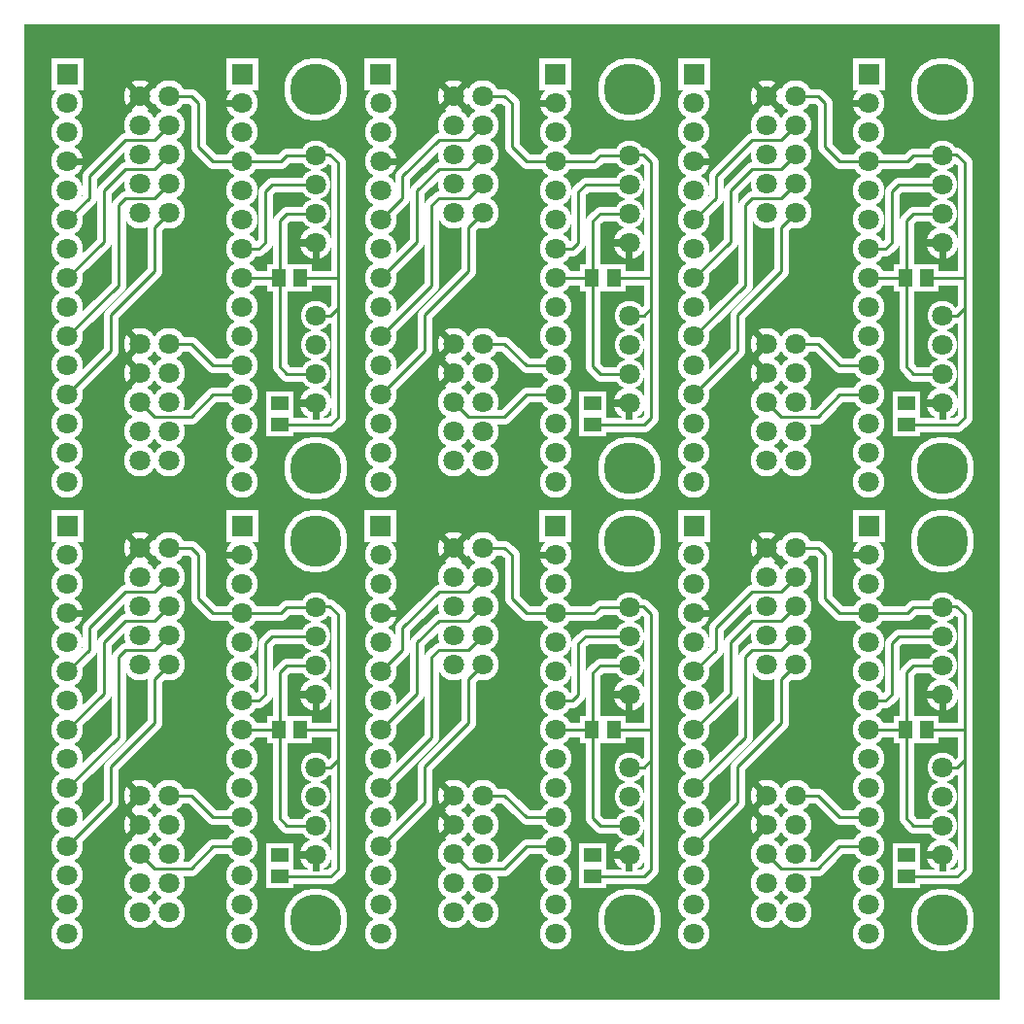
<source format=gbr>
%FSLAX34Y34*%
%MOMM*%
%LNCOPPER_TOP*%
G71*
G01*
%ADD10C, 2.524*%
%ADD11C, 2.700*%
%ADD12C, 1.250*%
%ADD13C, 2.800*%
%ADD14C, 2.600*%
%ADD15R, 2.100X2.400*%
%ADD16R, 2.400X2.100*%
%ADD17C, 5.500*%
%ADD18C, 0.600*%
%ADD19C, 1.524*%
%ADD20C, 1.700*%
%ADD21C, 0.250*%
%ADD22C, 1.800*%
%ADD23R, 1.300X1.600*%
%ADD24R, 1.600X1.300*%
%ADD25C, 4.500*%
%LPD*%
G36*
X0Y0D02*
X850000Y0D01*
X850000Y-850000D01*
X0Y-850000D01*
X0Y0D01*
G37*
%LPC*%
X126200Y-278546D02*
G54D10*
D03*
X100800Y-278546D02*
G54D10*
D03*
X126200Y-303946D02*
G54D10*
D03*
X100800Y-303946D02*
G54D10*
D03*
X126200Y-329346D02*
G54D10*
D03*
X100800Y-329346D02*
G54D10*
D03*
X126200Y-354746D02*
G54D10*
D03*
X100800Y-354746D02*
G54D10*
D03*
X126200Y-380146D02*
G54D10*
D03*
X100800Y-380146D02*
G54D10*
D03*
G54D11*
X189700Y-399196D02*
X189700Y-399196D01*
G54D11*
X189700Y-373796D02*
X189700Y-373796D01*
G54D11*
X189700Y-348396D02*
X189700Y-348396D01*
G54D11*
X189700Y-322996D02*
X189700Y-322996D01*
G54D11*
X189700Y-297596D02*
X189700Y-297596D01*
G54D11*
X189700Y-272196D02*
X189700Y-272196D01*
G54D11*
X189700Y-246796D02*
X189700Y-246796D01*
G54D11*
X189700Y-221396D02*
X189700Y-221396D01*
G54D11*
X189700Y-195996D02*
X189700Y-195996D01*
G54D11*
X189700Y-170596D02*
X189700Y-170596D01*
G54D11*
X189700Y-145196D02*
X189700Y-145196D01*
G54D11*
X189700Y-119796D02*
X189700Y-119796D01*
G54D11*
X189700Y-94396D02*
X189700Y-94396D01*
G54D11*
X189700Y-68996D02*
X189700Y-68996D01*
G36*
X176200Y-30096D02*
X203200Y-30096D01*
X203200Y-57096D01*
X176200Y-57096D01*
X176200Y-30096D01*
G37*
G54D11*
X37300Y-399196D02*
X37300Y-399196D01*
G54D11*
X37300Y-373796D02*
X37300Y-373796D01*
G54D11*
X37300Y-348396D02*
X37300Y-348396D01*
G54D11*
X37300Y-322996D02*
X37300Y-322996D01*
G54D11*
X37300Y-297596D02*
X37300Y-297596D01*
G54D11*
X37300Y-272196D02*
X37300Y-272196D01*
G54D11*
X37300Y-246796D02*
X37300Y-246796D01*
G54D11*
X37300Y-221396D02*
X37300Y-221396D01*
G54D11*
X37300Y-195996D02*
X37300Y-195996D01*
G54D11*
X37300Y-170596D02*
X37300Y-170596D01*
G54D11*
X37300Y-145196D02*
X37300Y-145196D01*
G54D11*
X37300Y-94396D02*
X37300Y-94396D01*
G54D11*
X37300Y-68996D02*
X37300Y-68996D01*
G36*
X23800Y-30096D02*
X50800Y-30096D01*
X50800Y-57096D01*
X23800Y-57096D01*
X23800Y-30096D01*
G37*
X126200Y-62646D02*
G54D10*
D03*
X100800Y-62646D02*
G54D10*
D03*
X126200Y-88046D02*
G54D10*
D03*
X100800Y-88046D02*
G54D10*
D03*
X126200Y-113446D02*
G54D10*
D03*
X100800Y-113446D02*
G54D10*
D03*
X126200Y-138846D02*
G54D10*
D03*
X100800Y-138846D02*
G54D10*
D03*
X126200Y-164246D02*
G54D10*
D03*
X100800Y-164246D02*
G54D10*
D03*
G54D12*
X37300Y-170596D02*
X56350Y-151546D01*
X56350Y-132496D01*
X88100Y-100746D01*
X113500Y-100746D01*
X126200Y-88046D01*
G54D12*
X37300Y-221396D02*
X69050Y-189646D01*
X69050Y-145196D01*
X88100Y-126146D01*
X113500Y-126146D01*
X126200Y-113446D01*
G54D12*
X37300Y-272196D02*
X81750Y-227746D01*
X81750Y-157896D01*
X88100Y-151546D01*
X113500Y-151546D01*
X126200Y-138846D01*
G54D12*
X37300Y-322996D02*
X75400Y-284896D01*
X75400Y-253146D01*
X113500Y-215046D01*
X113500Y-176946D01*
X126200Y-164246D01*
G36*
X23300Y-29596D02*
X51300Y-29596D01*
X51300Y-57596D01*
X23300Y-57596D01*
X23300Y-29596D01*
G37*
G36*
X175700Y-29596D02*
X203700Y-29596D01*
X203700Y-57596D01*
X175700Y-57596D01*
X175700Y-29596D01*
G37*
X37300Y-68996D02*
G54D13*
D03*
X37300Y-94396D02*
G54D13*
D03*
X37300Y-119742D02*
G54D13*
D03*
X37300Y-145196D02*
G54D13*
D03*
X37300Y-170596D02*
G54D13*
D03*
X37300Y-195996D02*
G54D13*
D03*
X37300Y-221396D02*
G54D13*
D03*
X37300Y-246796D02*
G54D13*
D03*
X37300Y-272196D02*
G54D13*
D03*
X37300Y-297596D02*
G54D13*
D03*
X37300Y-322996D02*
G54D13*
D03*
X37300Y-348396D02*
G54D13*
D03*
X37300Y-373796D02*
G54D13*
D03*
X37300Y-399196D02*
G54D13*
D03*
X189700Y-399196D02*
G54D13*
D03*
X189700Y-373796D02*
G54D13*
D03*
X189700Y-348396D02*
G54D13*
D03*
X189700Y-322996D02*
G54D13*
D03*
X189700Y-297596D02*
G54D13*
D03*
X189700Y-272196D02*
G54D13*
D03*
X189700Y-246796D02*
G54D13*
D03*
X189700Y-221396D02*
G54D13*
D03*
X189700Y-195996D02*
G54D13*
D03*
X189700Y-170596D02*
G54D13*
D03*
X189700Y-145196D02*
G54D13*
D03*
X189700Y-119796D02*
G54D13*
D03*
X189700Y-94396D02*
G54D13*
D03*
X189700Y-68996D02*
G54D13*
D03*
X100800Y-62646D02*
G54D13*
D03*
X126200Y-62646D02*
G54D13*
D03*
X126200Y-88046D02*
G54D13*
D03*
X100800Y-88046D02*
G54D13*
D03*
X100800Y-113446D02*
G54D13*
D03*
X100800Y-138846D02*
G54D13*
D03*
X100800Y-164246D02*
G54D13*
D03*
X126200Y-164246D02*
G54D13*
D03*
X126200Y-138846D02*
G54D13*
D03*
X126200Y-113446D02*
G54D13*
D03*
X100800Y-278546D02*
G54D13*
D03*
X126200Y-278546D02*
G54D13*
D03*
X126200Y-303946D02*
G54D13*
D03*
X100800Y-303946D02*
G54D13*
D03*
X100800Y-329346D02*
G54D13*
D03*
X126200Y-329346D02*
G54D13*
D03*
X126200Y-354746D02*
G54D13*
D03*
X100800Y-354746D02*
G54D13*
D03*
X100800Y-380146D02*
G54D13*
D03*
X126200Y-380146D02*
G54D13*
D03*
G54D12*
X126200Y-62646D02*
X145304Y-62646D01*
X151600Y-68942D01*
X151600Y-107042D01*
X164300Y-119742D01*
X189646Y-119742D01*
X189700Y-119796D01*
G54D12*
X100800Y-329346D02*
X113500Y-342046D01*
X145196Y-342046D01*
X164300Y-322942D01*
X189646Y-322942D01*
X189700Y-322996D01*
G54D12*
X126200Y-278546D02*
X145304Y-278546D01*
X164300Y-297542D01*
X189646Y-297542D01*
X189700Y-297596D01*
X254000Y-190500D02*
G54D14*
D03*
X254000Y-165100D02*
G54D14*
D03*
X254000Y-139700D02*
G54D14*
D03*
X254000Y-114300D02*
G54D14*
D03*
X254000Y-330200D02*
G54D14*
D03*
X254000Y-304800D02*
G54D14*
D03*
X254000Y-279400D02*
G54D14*
D03*
X254000Y-254000D02*
G54D14*
D03*
X221396Y-221396D02*
G54D15*
D03*
X240396Y-221396D02*
G54D15*
D03*
X222250Y-330200D02*
G54D16*
D03*
X222250Y-349200D02*
G54D16*
D03*
G36*
X212250Y-320200D02*
X232250Y-320200D01*
X232250Y-340200D01*
X212250Y-340200D01*
X212250Y-320200D01*
G37*
X254000Y-190500D02*
G54D13*
D03*
X254000Y-330200D02*
G54D13*
D03*
X254000Y-387350D02*
G54D17*
D03*
X254000Y-57150D02*
G54D17*
D03*
G54D12*
X189700Y-119796D02*
X223104Y-119796D01*
X228600Y-114300D01*
X252292Y-114300D01*
X253200Y-113392D01*
X265792Y-113392D01*
X273050Y-120650D01*
X273050Y-247650D01*
X266700Y-254000D01*
X254000Y-254000D01*
G54D12*
X189700Y-195996D02*
X204054Y-195996D01*
X209550Y-190500D01*
X209550Y-146050D01*
X215900Y-139700D01*
X252292Y-139700D01*
X253200Y-138792D01*
G54D12*
X189700Y-221396D02*
X221396Y-221396D01*
X222250Y-222250D01*
X222250Y-171450D01*
X228600Y-165100D01*
X252292Y-165100D01*
X253200Y-164192D01*
G54D12*
X222250Y-222250D02*
X222250Y-298450D01*
X228600Y-304800D01*
X254000Y-304800D01*
G54D12*
X240396Y-221396D02*
X272196Y-221396D01*
X273050Y-222250D01*
G54D12*
X273050Y-241300D02*
X273050Y-342900D01*
X266700Y-349250D01*
X222250Y-349200D01*
X399250Y-278546D02*
G54D10*
D03*
X373850Y-278546D02*
G54D10*
D03*
X399250Y-303946D02*
G54D10*
D03*
X373850Y-303946D02*
G54D10*
D03*
X399250Y-329346D02*
G54D10*
D03*
X373850Y-329346D02*
G54D10*
D03*
X399250Y-354746D02*
G54D10*
D03*
X373850Y-354746D02*
G54D10*
D03*
X399250Y-380146D02*
G54D10*
D03*
X373850Y-380146D02*
G54D10*
D03*
G54D11*
X462750Y-399196D02*
X462750Y-399196D01*
G54D11*
X462750Y-373796D02*
X462750Y-373796D01*
G54D11*
X462750Y-348396D02*
X462750Y-348396D01*
G54D11*
X462750Y-322996D02*
X462750Y-322996D01*
G54D11*
X462750Y-297596D02*
X462750Y-297596D01*
G54D11*
X462750Y-272196D02*
X462750Y-272196D01*
G54D11*
X462750Y-246796D02*
X462750Y-246796D01*
G54D11*
X462750Y-221396D02*
X462750Y-221396D01*
G54D11*
X462750Y-195996D02*
X462750Y-195996D01*
G54D11*
X462750Y-170596D02*
X462750Y-170596D01*
G54D11*
X462750Y-145196D02*
X462750Y-145196D01*
G54D11*
X462750Y-119796D02*
X462750Y-119796D01*
G54D11*
X462750Y-94396D02*
X462750Y-94396D01*
G54D11*
X462750Y-68996D02*
X462750Y-68996D01*
G36*
X449250Y-30096D02*
X476250Y-30096D01*
X476250Y-57096D01*
X449250Y-57096D01*
X449250Y-30096D01*
G37*
G54D11*
X310350Y-399196D02*
X310350Y-399196D01*
G54D11*
X310350Y-373796D02*
X310350Y-373796D01*
G54D11*
X310350Y-348396D02*
X310350Y-348396D01*
G54D11*
X310350Y-322996D02*
X310350Y-322996D01*
G54D11*
X310350Y-297596D02*
X310350Y-297596D01*
G54D11*
X310350Y-272196D02*
X310350Y-272196D01*
G54D11*
X310350Y-246796D02*
X310350Y-246796D01*
G54D11*
X310350Y-221396D02*
X310350Y-221396D01*
G54D11*
X310350Y-195996D02*
X310350Y-195996D01*
G54D11*
X310350Y-170596D02*
X310350Y-170596D01*
G54D11*
X310350Y-145196D02*
X310350Y-145196D01*
G54D11*
X310350Y-94396D02*
X310350Y-94396D01*
G54D11*
X310350Y-68996D02*
X310350Y-68996D01*
G36*
X296850Y-30096D02*
X323850Y-30096D01*
X323850Y-57096D01*
X296850Y-57096D01*
X296850Y-30096D01*
G37*
X399250Y-62646D02*
G54D10*
D03*
X373850Y-62646D02*
G54D10*
D03*
X399250Y-88046D02*
G54D10*
D03*
X373850Y-88046D02*
G54D10*
D03*
X399250Y-113446D02*
G54D10*
D03*
X373850Y-113446D02*
G54D10*
D03*
X399250Y-138846D02*
G54D10*
D03*
X373850Y-138846D02*
G54D10*
D03*
X399250Y-164246D02*
G54D10*
D03*
X373850Y-164246D02*
G54D10*
D03*
G54D12*
X310350Y-170596D02*
X329400Y-151546D01*
X329400Y-132496D01*
X361150Y-100746D01*
X386550Y-100746D01*
X399250Y-88046D01*
G54D12*
X310350Y-221396D02*
X342100Y-189646D01*
X342100Y-145196D01*
X361150Y-126146D01*
X386550Y-126146D01*
X399250Y-113446D01*
G54D12*
X310350Y-272196D02*
X354800Y-227746D01*
X354800Y-157896D01*
X361150Y-151546D01*
X386550Y-151546D01*
X399250Y-138846D01*
G54D12*
X310350Y-322996D02*
X348450Y-284896D01*
X348450Y-253146D01*
X386550Y-215046D01*
X386550Y-176946D01*
X399250Y-164246D01*
G36*
X296350Y-29596D02*
X324350Y-29596D01*
X324350Y-57596D01*
X296350Y-57596D01*
X296350Y-29596D01*
G37*
G36*
X448750Y-29596D02*
X476750Y-29596D01*
X476750Y-57596D01*
X448750Y-57596D01*
X448750Y-29596D01*
G37*
X310350Y-68996D02*
G54D13*
D03*
X310350Y-94396D02*
G54D13*
D03*
X310350Y-119742D02*
G54D13*
D03*
X310350Y-145196D02*
G54D13*
D03*
X310350Y-170596D02*
G54D13*
D03*
X310350Y-195996D02*
G54D13*
D03*
X310350Y-221396D02*
G54D13*
D03*
X310350Y-246796D02*
G54D13*
D03*
X310350Y-272196D02*
G54D13*
D03*
X310350Y-297596D02*
G54D13*
D03*
X310350Y-322996D02*
G54D13*
D03*
X310350Y-348396D02*
G54D13*
D03*
X310350Y-373796D02*
G54D13*
D03*
X310350Y-399196D02*
G54D13*
D03*
X462750Y-399196D02*
G54D13*
D03*
X462750Y-373796D02*
G54D13*
D03*
X462750Y-348396D02*
G54D13*
D03*
X462750Y-322996D02*
G54D13*
D03*
X462750Y-297596D02*
G54D13*
D03*
X462750Y-272196D02*
G54D13*
D03*
X462750Y-246796D02*
G54D13*
D03*
X462750Y-221396D02*
G54D13*
D03*
X462750Y-195996D02*
G54D13*
D03*
X462750Y-170596D02*
G54D13*
D03*
X462750Y-145196D02*
G54D13*
D03*
X462750Y-119796D02*
G54D13*
D03*
X462750Y-94396D02*
G54D13*
D03*
X462750Y-68996D02*
G54D13*
D03*
X373850Y-62646D02*
G54D13*
D03*
X399250Y-62646D02*
G54D13*
D03*
X399250Y-88046D02*
G54D13*
D03*
X373850Y-88046D02*
G54D13*
D03*
X373850Y-113446D02*
G54D13*
D03*
X373850Y-138846D02*
G54D13*
D03*
X373850Y-164246D02*
G54D13*
D03*
X399250Y-164246D02*
G54D13*
D03*
X399250Y-138846D02*
G54D13*
D03*
X399250Y-113446D02*
G54D13*
D03*
X373850Y-278546D02*
G54D13*
D03*
X399250Y-278546D02*
G54D13*
D03*
X399250Y-303946D02*
G54D13*
D03*
X373850Y-303946D02*
G54D13*
D03*
X373850Y-329346D02*
G54D13*
D03*
X399250Y-329346D02*
G54D13*
D03*
X399250Y-354746D02*
G54D13*
D03*
X373850Y-354746D02*
G54D13*
D03*
X373850Y-380146D02*
G54D13*
D03*
X399250Y-380146D02*
G54D13*
D03*
G54D12*
X399250Y-62646D02*
X418354Y-62646D01*
X424650Y-68942D01*
X424650Y-107042D01*
X437350Y-119742D01*
X462696Y-119742D01*
X462750Y-119796D01*
G54D12*
X373850Y-329346D02*
X386550Y-342046D01*
X418246Y-342046D01*
X437350Y-322942D01*
X462696Y-322942D01*
X462750Y-322996D01*
G54D12*
X399250Y-278546D02*
X418354Y-278546D01*
X437350Y-297542D01*
X462696Y-297542D01*
X462750Y-297596D01*
X527050Y-190500D02*
G54D14*
D03*
X527050Y-165100D02*
G54D14*
D03*
X527050Y-139700D02*
G54D14*
D03*
X527050Y-114300D02*
G54D14*
D03*
X527050Y-330200D02*
G54D14*
D03*
X527050Y-304800D02*
G54D14*
D03*
X527050Y-279400D02*
G54D14*
D03*
X527050Y-254000D02*
G54D14*
D03*
X494446Y-221396D02*
G54D15*
D03*
X513446Y-221396D02*
G54D15*
D03*
X495300Y-330200D02*
G54D16*
D03*
X495300Y-349200D02*
G54D16*
D03*
G36*
X485300Y-320200D02*
X505300Y-320200D01*
X505300Y-340200D01*
X485300Y-340200D01*
X485300Y-320200D01*
G37*
X527050Y-190500D02*
G54D13*
D03*
X527050Y-330200D02*
G54D13*
D03*
X527050Y-387350D02*
G54D17*
D03*
X527050Y-57150D02*
G54D17*
D03*
G54D12*
X462750Y-119796D02*
X496154Y-119796D01*
X501650Y-114300D01*
X525342Y-114300D01*
X526250Y-113392D01*
X538842Y-113392D01*
X546100Y-120650D01*
X546100Y-247650D01*
X539750Y-254000D01*
X527050Y-254000D01*
G54D12*
X462750Y-195996D02*
X477104Y-195996D01*
X482600Y-190500D01*
X482600Y-146050D01*
X488950Y-139700D01*
X525342Y-139700D01*
X526250Y-138792D01*
G54D12*
X462750Y-221396D02*
X494446Y-221396D01*
X495300Y-222250D01*
X495300Y-171450D01*
X501650Y-165100D01*
X525342Y-165100D01*
X526250Y-164192D01*
G54D12*
X495300Y-222250D02*
X495300Y-298450D01*
X501650Y-304800D01*
X527050Y-304800D01*
G54D12*
X513446Y-221396D02*
X545246Y-221396D01*
X546100Y-222250D01*
G54D12*
X546100Y-241300D02*
X546100Y-342900D01*
X539750Y-349250D01*
X495300Y-349200D01*
X672300Y-278546D02*
G54D10*
D03*
X646900Y-278546D02*
G54D10*
D03*
X672300Y-303946D02*
G54D10*
D03*
X646900Y-303946D02*
G54D10*
D03*
X672300Y-329346D02*
G54D10*
D03*
X646900Y-329346D02*
G54D10*
D03*
X672300Y-354746D02*
G54D10*
D03*
X646900Y-354746D02*
G54D10*
D03*
X672300Y-380146D02*
G54D10*
D03*
X646900Y-380146D02*
G54D10*
D03*
G54D11*
X735800Y-399196D02*
X735800Y-399196D01*
G54D11*
X735800Y-373796D02*
X735800Y-373796D01*
G54D11*
X735800Y-348396D02*
X735800Y-348396D01*
G54D11*
X735800Y-322996D02*
X735800Y-322996D01*
G54D11*
X735800Y-297596D02*
X735800Y-297596D01*
G54D11*
X735800Y-272196D02*
X735800Y-272196D01*
G54D11*
X735800Y-246796D02*
X735800Y-246796D01*
G54D11*
X735800Y-221396D02*
X735800Y-221396D01*
G54D11*
X735800Y-195996D02*
X735800Y-195996D01*
G54D11*
X735800Y-170596D02*
X735800Y-170596D01*
G54D11*
X735800Y-145196D02*
X735800Y-145196D01*
G54D11*
X735800Y-119796D02*
X735800Y-119796D01*
G54D11*
X735800Y-94396D02*
X735800Y-94396D01*
G54D11*
X735800Y-68996D02*
X735800Y-68996D01*
G36*
X722300Y-30096D02*
X749300Y-30096D01*
X749300Y-57096D01*
X722300Y-57096D01*
X722300Y-30096D01*
G37*
G54D11*
X583400Y-399196D02*
X583400Y-399196D01*
G54D11*
X583400Y-373796D02*
X583400Y-373796D01*
G54D11*
X583400Y-348396D02*
X583400Y-348396D01*
G54D11*
X583400Y-322996D02*
X583400Y-322996D01*
G54D11*
X583400Y-297596D02*
X583400Y-297596D01*
G54D11*
X583400Y-272196D02*
X583400Y-272196D01*
G54D11*
X583400Y-246796D02*
X583400Y-246796D01*
G54D11*
X583400Y-221396D02*
X583400Y-221396D01*
G54D11*
X583400Y-195996D02*
X583400Y-195996D01*
G54D11*
X583400Y-170596D02*
X583400Y-170596D01*
G54D11*
X583400Y-145196D02*
X583400Y-145196D01*
G54D11*
X583400Y-94396D02*
X583400Y-94396D01*
G54D11*
X583400Y-68996D02*
X583400Y-68996D01*
G36*
X569900Y-30096D02*
X596900Y-30096D01*
X596900Y-57096D01*
X569900Y-57096D01*
X569900Y-30096D01*
G37*
X672300Y-62646D02*
G54D10*
D03*
X646900Y-62646D02*
G54D10*
D03*
X672300Y-88046D02*
G54D10*
D03*
X646900Y-88046D02*
G54D10*
D03*
X672300Y-113446D02*
G54D10*
D03*
X646900Y-113446D02*
G54D10*
D03*
X672300Y-138846D02*
G54D10*
D03*
X646900Y-138846D02*
G54D10*
D03*
X672300Y-164246D02*
G54D10*
D03*
X646900Y-164246D02*
G54D10*
D03*
G54D12*
X583400Y-170596D02*
X602450Y-151546D01*
X602450Y-132496D01*
X634200Y-100746D01*
X659600Y-100746D01*
X672300Y-88046D01*
G54D12*
X583400Y-221396D02*
X615150Y-189646D01*
X615150Y-145196D01*
X634200Y-126146D01*
X659600Y-126146D01*
X672300Y-113446D01*
G54D12*
X583400Y-272196D02*
X627850Y-227746D01*
X627850Y-157896D01*
X634200Y-151546D01*
X659600Y-151546D01*
X672300Y-138846D01*
G54D12*
X583400Y-322996D02*
X621500Y-284896D01*
X621500Y-253146D01*
X659600Y-215046D01*
X659600Y-176946D01*
X672300Y-164246D01*
G36*
X569400Y-29596D02*
X597400Y-29596D01*
X597400Y-57596D01*
X569400Y-57596D01*
X569400Y-29596D01*
G37*
G36*
X721800Y-29596D02*
X749800Y-29596D01*
X749800Y-57596D01*
X721800Y-57596D01*
X721800Y-29596D01*
G37*
X583400Y-68996D02*
G54D13*
D03*
X583400Y-94396D02*
G54D13*
D03*
X583400Y-119742D02*
G54D13*
D03*
X583400Y-145196D02*
G54D13*
D03*
X583400Y-170596D02*
G54D13*
D03*
X583400Y-195996D02*
G54D13*
D03*
X583400Y-221396D02*
G54D13*
D03*
X583400Y-246796D02*
G54D13*
D03*
X583400Y-272196D02*
G54D13*
D03*
X583400Y-297596D02*
G54D13*
D03*
X583400Y-322996D02*
G54D13*
D03*
X583400Y-348396D02*
G54D13*
D03*
X583400Y-373796D02*
G54D13*
D03*
X583400Y-399196D02*
G54D13*
D03*
X735800Y-399196D02*
G54D13*
D03*
X735800Y-373796D02*
G54D13*
D03*
X735800Y-348396D02*
G54D13*
D03*
X735800Y-322996D02*
G54D13*
D03*
X735800Y-297596D02*
G54D13*
D03*
X735800Y-272196D02*
G54D13*
D03*
X735800Y-246796D02*
G54D13*
D03*
X735800Y-221396D02*
G54D13*
D03*
X735800Y-195996D02*
G54D13*
D03*
X735800Y-170596D02*
G54D13*
D03*
X735800Y-145196D02*
G54D13*
D03*
X735800Y-119796D02*
G54D13*
D03*
X735800Y-94396D02*
G54D13*
D03*
X735800Y-68996D02*
G54D13*
D03*
X646900Y-62646D02*
G54D13*
D03*
X672300Y-62646D02*
G54D13*
D03*
X672300Y-88046D02*
G54D13*
D03*
X646900Y-88046D02*
G54D13*
D03*
X646900Y-113446D02*
G54D13*
D03*
X646900Y-138846D02*
G54D13*
D03*
X646900Y-164246D02*
G54D13*
D03*
X672300Y-164246D02*
G54D13*
D03*
X672300Y-138846D02*
G54D13*
D03*
X672300Y-113446D02*
G54D13*
D03*
X646900Y-278546D02*
G54D13*
D03*
X672300Y-278546D02*
G54D13*
D03*
X672300Y-303946D02*
G54D13*
D03*
X646900Y-303946D02*
G54D13*
D03*
X646900Y-329346D02*
G54D13*
D03*
X672300Y-329346D02*
G54D13*
D03*
X672300Y-354746D02*
G54D13*
D03*
X646900Y-354746D02*
G54D13*
D03*
X646900Y-380146D02*
G54D13*
D03*
X672300Y-380146D02*
G54D13*
D03*
G54D12*
X672300Y-62646D02*
X691404Y-62646D01*
X697700Y-68942D01*
X697700Y-107042D01*
X710400Y-119742D01*
X735746Y-119742D01*
X735800Y-119796D01*
G54D12*
X646900Y-329346D02*
X659600Y-342046D01*
X691296Y-342046D01*
X710400Y-322942D01*
X735746Y-322942D01*
X735800Y-322996D01*
G54D12*
X672300Y-278546D02*
X691404Y-278546D01*
X710400Y-297542D01*
X735746Y-297542D01*
X735800Y-297596D01*
X800100Y-190500D02*
G54D14*
D03*
X800100Y-165100D02*
G54D14*
D03*
X800100Y-139700D02*
G54D14*
D03*
X800100Y-114300D02*
G54D14*
D03*
X800100Y-330200D02*
G54D14*
D03*
X800100Y-304800D02*
G54D14*
D03*
X800100Y-279400D02*
G54D14*
D03*
X800100Y-254000D02*
G54D14*
D03*
X767496Y-221396D02*
G54D15*
D03*
X786496Y-221396D02*
G54D15*
D03*
X768350Y-330200D02*
G54D16*
D03*
X768350Y-349200D02*
G54D16*
D03*
G36*
X758350Y-320200D02*
X778350Y-320200D01*
X778350Y-340200D01*
X758350Y-340200D01*
X758350Y-320200D01*
G37*
X800100Y-190500D02*
G54D13*
D03*
X800100Y-330200D02*
G54D13*
D03*
X800100Y-387350D02*
G54D17*
D03*
X800100Y-57150D02*
G54D17*
D03*
G54D12*
X735800Y-119796D02*
X769204Y-119796D01*
X774700Y-114300D01*
X798392Y-114300D01*
X799300Y-113392D01*
X811892Y-113392D01*
X819150Y-120650D01*
X819150Y-247650D01*
X812800Y-254000D01*
X800100Y-254000D01*
G54D12*
X735800Y-195996D02*
X750154Y-195996D01*
X755650Y-190500D01*
X755650Y-146050D01*
X762000Y-139700D01*
X798392Y-139700D01*
X799300Y-138792D01*
G54D12*
X735800Y-221396D02*
X767496Y-221396D01*
X768350Y-222250D01*
X768350Y-171450D01*
X774700Y-165100D01*
X798392Y-165100D01*
X799300Y-164192D01*
G54D12*
X768350Y-222250D02*
X768350Y-298450D01*
X774700Y-304800D01*
X800100Y-304800D01*
G54D12*
X786496Y-221396D02*
X818296Y-221396D01*
X819150Y-222250D01*
G54D12*
X819150Y-241300D02*
X819150Y-342900D01*
X812800Y-349250D01*
X768350Y-349200D01*
X126200Y-672246D02*
G54D10*
D03*
X100800Y-672246D02*
G54D10*
D03*
X126200Y-697646D02*
G54D10*
D03*
X100800Y-697646D02*
G54D10*
D03*
X126200Y-723046D02*
G54D10*
D03*
X100800Y-723046D02*
G54D10*
D03*
X126200Y-748446D02*
G54D10*
D03*
X100800Y-748446D02*
G54D10*
D03*
X126200Y-773846D02*
G54D10*
D03*
X100800Y-773846D02*
G54D10*
D03*
G54D11*
X189700Y-792896D02*
X189700Y-792896D01*
G54D11*
X189700Y-767496D02*
X189700Y-767496D01*
G54D11*
X189700Y-742096D02*
X189700Y-742096D01*
G54D11*
X189700Y-716696D02*
X189700Y-716696D01*
G54D11*
X189700Y-691296D02*
X189700Y-691296D01*
G54D11*
X189700Y-665896D02*
X189700Y-665896D01*
G54D11*
X189700Y-640496D02*
X189700Y-640496D01*
G54D11*
X189700Y-615096D02*
X189700Y-615096D01*
G54D11*
X189700Y-589696D02*
X189700Y-589696D01*
G54D11*
X189700Y-564296D02*
X189700Y-564296D01*
G54D11*
X189700Y-538896D02*
X189700Y-538896D01*
G54D11*
X189700Y-513496D02*
X189700Y-513496D01*
G54D11*
X189700Y-488096D02*
X189700Y-488096D01*
G54D11*
X189700Y-462696D02*
X189700Y-462696D01*
G36*
X176200Y-423796D02*
X203200Y-423796D01*
X203200Y-450796D01*
X176200Y-450796D01*
X176200Y-423796D01*
G37*
G54D11*
X37300Y-792896D02*
X37300Y-792896D01*
G54D11*
X37300Y-767496D02*
X37300Y-767496D01*
G54D11*
X37300Y-742096D02*
X37300Y-742096D01*
G54D11*
X37300Y-716696D02*
X37300Y-716696D01*
G54D11*
X37300Y-691296D02*
X37300Y-691296D01*
G54D11*
X37300Y-665896D02*
X37300Y-665896D01*
G54D11*
X37300Y-640496D02*
X37300Y-640496D01*
G54D11*
X37300Y-615096D02*
X37300Y-615096D01*
G54D11*
X37300Y-589696D02*
X37300Y-589696D01*
G54D11*
X37300Y-564296D02*
X37300Y-564296D01*
G54D11*
X37300Y-538896D02*
X37300Y-538896D01*
G54D11*
X37300Y-488096D02*
X37300Y-488096D01*
G54D11*
X37300Y-462696D02*
X37300Y-462696D01*
G36*
X23800Y-423796D02*
X50800Y-423796D01*
X50800Y-450796D01*
X23800Y-450796D01*
X23800Y-423796D01*
G37*
X126200Y-456346D02*
G54D10*
D03*
X100800Y-456346D02*
G54D10*
D03*
X126200Y-481746D02*
G54D10*
D03*
X100800Y-481746D02*
G54D10*
D03*
X126200Y-507146D02*
G54D10*
D03*
X100800Y-507146D02*
G54D10*
D03*
X126200Y-532546D02*
G54D10*
D03*
X100800Y-532546D02*
G54D10*
D03*
X126200Y-557946D02*
G54D10*
D03*
X100800Y-557946D02*
G54D10*
D03*
G54D12*
X37300Y-564296D02*
X56350Y-545246D01*
X56350Y-526196D01*
X88100Y-494446D01*
X113500Y-494446D01*
X126200Y-481746D01*
G54D12*
X37300Y-615096D02*
X69050Y-583346D01*
X69050Y-538896D01*
X88100Y-519846D01*
X113500Y-519846D01*
X126200Y-507146D01*
G54D12*
X37300Y-665896D02*
X81750Y-621446D01*
X81750Y-551596D01*
X88100Y-545246D01*
X113500Y-545246D01*
X126200Y-532546D01*
G54D12*
X37300Y-716696D02*
X75400Y-678596D01*
X75400Y-646846D01*
X113500Y-608746D01*
X113500Y-570646D01*
X126200Y-557946D01*
G36*
X23300Y-423296D02*
X51300Y-423296D01*
X51300Y-451296D01*
X23300Y-451296D01*
X23300Y-423296D01*
G37*
G36*
X175700Y-423296D02*
X203700Y-423296D01*
X203700Y-451296D01*
X175700Y-451296D01*
X175700Y-423296D01*
G37*
X37300Y-462696D02*
G54D13*
D03*
X37300Y-488096D02*
G54D13*
D03*
X37300Y-513442D02*
G54D13*
D03*
X37300Y-538896D02*
G54D13*
D03*
X37300Y-564296D02*
G54D13*
D03*
X37300Y-589696D02*
G54D13*
D03*
X37300Y-615096D02*
G54D13*
D03*
X37300Y-640496D02*
G54D13*
D03*
X37300Y-665896D02*
G54D13*
D03*
X37300Y-691296D02*
G54D13*
D03*
X37300Y-716696D02*
G54D13*
D03*
X37300Y-742096D02*
G54D13*
D03*
X37300Y-767496D02*
G54D13*
D03*
X37300Y-792896D02*
G54D13*
D03*
X189700Y-792896D02*
G54D13*
D03*
X189700Y-767496D02*
G54D13*
D03*
X189700Y-742096D02*
G54D13*
D03*
X189700Y-716696D02*
G54D13*
D03*
X189700Y-691296D02*
G54D13*
D03*
X189700Y-665896D02*
G54D13*
D03*
X189700Y-640496D02*
G54D13*
D03*
X189700Y-615096D02*
G54D13*
D03*
X189700Y-589696D02*
G54D13*
D03*
X189700Y-564296D02*
G54D13*
D03*
X189700Y-538896D02*
G54D13*
D03*
X189700Y-513496D02*
G54D13*
D03*
X189700Y-488096D02*
G54D13*
D03*
X189700Y-462696D02*
G54D13*
D03*
X100800Y-456346D02*
G54D13*
D03*
X126200Y-456346D02*
G54D13*
D03*
X126200Y-481746D02*
G54D13*
D03*
X100800Y-481746D02*
G54D13*
D03*
X100800Y-507146D02*
G54D13*
D03*
X100800Y-532546D02*
G54D13*
D03*
X100800Y-557946D02*
G54D13*
D03*
X126200Y-557946D02*
G54D13*
D03*
X126200Y-532546D02*
G54D13*
D03*
X126200Y-507146D02*
G54D13*
D03*
X100800Y-672246D02*
G54D13*
D03*
X126200Y-672246D02*
G54D13*
D03*
X126200Y-697646D02*
G54D13*
D03*
X100800Y-697646D02*
G54D13*
D03*
X100800Y-723046D02*
G54D13*
D03*
X126200Y-723046D02*
G54D13*
D03*
X126200Y-748446D02*
G54D13*
D03*
X100800Y-748446D02*
G54D13*
D03*
X100800Y-773846D02*
G54D13*
D03*
X126200Y-773846D02*
G54D13*
D03*
G54D12*
X126200Y-456346D02*
X145304Y-456346D01*
X151600Y-462642D01*
X151600Y-500742D01*
X164300Y-513442D01*
X189646Y-513442D01*
X189700Y-513496D01*
G54D12*
X100800Y-723046D02*
X113500Y-735746D01*
X145196Y-735746D01*
X164300Y-716642D01*
X189646Y-716642D01*
X189700Y-716696D01*
G54D12*
X126200Y-672246D02*
X145304Y-672246D01*
X164300Y-691242D01*
X189646Y-691242D01*
X189700Y-691296D01*
X254000Y-584200D02*
G54D14*
D03*
X254000Y-558800D02*
G54D14*
D03*
X254000Y-533400D02*
G54D14*
D03*
X254000Y-508000D02*
G54D14*
D03*
X254000Y-723900D02*
G54D14*
D03*
X254000Y-698500D02*
G54D14*
D03*
X254000Y-673100D02*
G54D14*
D03*
X254000Y-647700D02*
G54D14*
D03*
X221396Y-615096D02*
G54D15*
D03*
X240396Y-615096D02*
G54D15*
D03*
X222250Y-723900D02*
G54D16*
D03*
X222250Y-742900D02*
G54D16*
D03*
G36*
X212250Y-713900D02*
X232250Y-713900D01*
X232250Y-733900D01*
X212250Y-733900D01*
X212250Y-713900D01*
G37*
X254000Y-584200D02*
G54D13*
D03*
X254000Y-723900D02*
G54D13*
D03*
X254000Y-781050D02*
G54D17*
D03*
X254000Y-450850D02*
G54D17*
D03*
G54D12*
X189700Y-513496D02*
X223104Y-513496D01*
X228600Y-508000D01*
X252292Y-508000D01*
X253200Y-507092D01*
X265792Y-507092D01*
X273050Y-514350D01*
X273050Y-641350D01*
X266700Y-647700D01*
X254000Y-647700D01*
G54D12*
X189700Y-589696D02*
X204054Y-589696D01*
X209550Y-584200D01*
X209550Y-539750D01*
X215900Y-533400D01*
X252292Y-533400D01*
X253200Y-532492D01*
G54D12*
X189700Y-615096D02*
X221396Y-615096D01*
X222250Y-615950D01*
X222250Y-565150D01*
X228600Y-558800D01*
X252292Y-558800D01*
X253200Y-557892D01*
G54D12*
X222250Y-615950D02*
X222250Y-692150D01*
X228600Y-698500D01*
X254000Y-698500D01*
G54D12*
X240396Y-615096D02*
X272196Y-615096D01*
X273050Y-615950D01*
G54D12*
X273050Y-635000D02*
X273050Y-736600D01*
X266700Y-742950D01*
X222250Y-742900D01*
X399250Y-672246D02*
G54D10*
D03*
X373850Y-672246D02*
G54D10*
D03*
X399250Y-697646D02*
G54D10*
D03*
X373850Y-697646D02*
G54D10*
D03*
X399250Y-723046D02*
G54D10*
D03*
X373850Y-723046D02*
G54D10*
D03*
X399250Y-748446D02*
G54D10*
D03*
X373850Y-748446D02*
G54D10*
D03*
X399250Y-773846D02*
G54D10*
D03*
X373850Y-773846D02*
G54D10*
D03*
G54D11*
X462750Y-792896D02*
X462750Y-792896D01*
G54D11*
X462750Y-767496D02*
X462750Y-767496D01*
G54D11*
X462750Y-742096D02*
X462750Y-742096D01*
G54D11*
X462750Y-716696D02*
X462750Y-716696D01*
G54D11*
X462750Y-691296D02*
X462750Y-691296D01*
G54D11*
X462750Y-665896D02*
X462750Y-665896D01*
G54D11*
X462750Y-640496D02*
X462750Y-640496D01*
G54D11*
X462750Y-615096D02*
X462750Y-615096D01*
G54D11*
X462750Y-589696D02*
X462750Y-589696D01*
G54D11*
X462750Y-564296D02*
X462750Y-564296D01*
G54D11*
X462750Y-538896D02*
X462750Y-538896D01*
G54D11*
X462750Y-513496D02*
X462750Y-513496D01*
G54D11*
X462750Y-488096D02*
X462750Y-488096D01*
G54D11*
X462750Y-462696D02*
X462750Y-462696D01*
G36*
X449250Y-423796D02*
X476250Y-423796D01*
X476250Y-450796D01*
X449250Y-450796D01*
X449250Y-423796D01*
G37*
G54D11*
X310350Y-792896D02*
X310350Y-792896D01*
G54D11*
X310350Y-767496D02*
X310350Y-767496D01*
G54D11*
X310350Y-742096D02*
X310350Y-742096D01*
G54D11*
X310350Y-716696D02*
X310350Y-716696D01*
G54D11*
X310350Y-691296D02*
X310350Y-691296D01*
G54D11*
X310350Y-665896D02*
X310350Y-665896D01*
G54D11*
X310350Y-640496D02*
X310350Y-640496D01*
G54D11*
X310350Y-615096D02*
X310350Y-615096D01*
G54D11*
X310350Y-589696D02*
X310350Y-589696D01*
G54D11*
X310350Y-564296D02*
X310350Y-564296D01*
G54D11*
X310350Y-538896D02*
X310350Y-538896D01*
G54D11*
X310350Y-488096D02*
X310350Y-488096D01*
G54D11*
X310350Y-462696D02*
X310350Y-462696D01*
G36*
X296850Y-423796D02*
X323850Y-423796D01*
X323850Y-450796D01*
X296850Y-450796D01*
X296850Y-423796D01*
G37*
X399250Y-456346D02*
G54D10*
D03*
X373850Y-456346D02*
G54D10*
D03*
X399250Y-481746D02*
G54D10*
D03*
X373850Y-481746D02*
G54D10*
D03*
X399250Y-507146D02*
G54D10*
D03*
X373850Y-507146D02*
G54D10*
D03*
X399250Y-532546D02*
G54D10*
D03*
X373850Y-532546D02*
G54D10*
D03*
X399250Y-557946D02*
G54D10*
D03*
X373850Y-557946D02*
G54D10*
D03*
G54D12*
X310350Y-564296D02*
X329400Y-545246D01*
X329400Y-526196D01*
X361150Y-494446D01*
X386550Y-494446D01*
X399250Y-481746D01*
G54D12*
X310350Y-615096D02*
X342100Y-583346D01*
X342100Y-538896D01*
X361150Y-519846D01*
X386550Y-519846D01*
X399250Y-507146D01*
G54D12*
X310350Y-665896D02*
X354800Y-621446D01*
X354800Y-551596D01*
X361150Y-545246D01*
X386550Y-545246D01*
X399250Y-532546D01*
G54D12*
X310350Y-716696D02*
X348450Y-678596D01*
X348450Y-646846D01*
X386550Y-608746D01*
X386550Y-570646D01*
X399250Y-557946D01*
G36*
X296350Y-423296D02*
X324350Y-423296D01*
X324350Y-451296D01*
X296350Y-451296D01*
X296350Y-423296D01*
G37*
G36*
X448750Y-423296D02*
X476750Y-423296D01*
X476750Y-451296D01*
X448750Y-451296D01*
X448750Y-423296D01*
G37*
X310350Y-462696D02*
G54D13*
D03*
X310350Y-488096D02*
G54D13*
D03*
X310350Y-513442D02*
G54D13*
D03*
X310350Y-538896D02*
G54D13*
D03*
X310350Y-564296D02*
G54D13*
D03*
X310350Y-589696D02*
G54D13*
D03*
X310350Y-615096D02*
G54D13*
D03*
X310350Y-640496D02*
G54D13*
D03*
X310350Y-665896D02*
G54D13*
D03*
X310350Y-691296D02*
G54D13*
D03*
X310350Y-716696D02*
G54D13*
D03*
X310350Y-742096D02*
G54D13*
D03*
X310350Y-767496D02*
G54D13*
D03*
X310350Y-792896D02*
G54D13*
D03*
X462750Y-792896D02*
G54D13*
D03*
X462750Y-767496D02*
G54D13*
D03*
X462750Y-742096D02*
G54D13*
D03*
X462750Y-716696D02*
G54D13*
D03*
X462750Y-691296D02*
G54D13*
D03*
X462750Y-665896D02*
G54D13*
D03*
X462750Y-640496D02*
G54D13*
D03*
X462750Y-615096D02*
G54D13*
D03*
X462750Y-589696D02*
G54D13*
D03*
X462750Y-564296D02*
G54D13*
D03*
X462750Y-538896D02*
G54D13*
D03*
X462750Y-513496D02*
G54D13*
D03*
X462750Y-488096D02*
G54D13*
D03*
X462750Y-462696D02*
G54D13*
D03*
X373850Y-456346D02*
G54D13*
D03*
X399250Y-456346D02*
G54D13*
D03*
X399250Y-481746D02*
G54D13*
D03*
X373850Y-481746D02*
G54D13*
D03*
X373850Y-507146D02*
G54D13*
D03*
X373850Y-532546D02*
G54D13*
D03*
X373850Y-557946D02*
G54D13*
D03*
X399250Y-557946D02*
G54D13*
D03*
X399250Y-532546D02*
G54D13*
D03*
X399250Y-507146D02*
G54D13*
D03*
X373850Y-672246D02*
G54D13*
D03*
X399250Y-672246D02*
G54D13*
D03*
X399250Y-697646D02*
G54D13*
D03*
X373850Y-697646D02*
G54D13*
D03*
X373850Y-723046D02*
G54D13*
D03*
X399250Y-723046D02*
G54D13*
D03*
X399250Y-748446D02*
G54D13*
D03*
X373850Y-748446D02*
G54D13*
D03*
X373850Y-773846D02*
G54D13*
D03*
X399250Y-773846D02*
G54D13*
D03*
G54D12*
X399250Y-456346D02*
X418354Y-456346D01*
X424650Y-462642D01*
X424650Y-500742D01*
X437350Y-513442D01*
X462696Y-513442D01*
X462750Y-513496D01*
G54D12*
X373850Y-723046D02*
X386550Y-735746D01*
X418246Y-735746D01*
X437350Y-716642D01*
X462696Y-716642D01*
X462750Y-716696D01*
G54D12*
X399250Y-672246D02*
X418354Y-672246D01*
X437350Y-691242D01*
X462696Y-691242D01*
X462750Y-691296D01*
X527050Y-584200D02*
G54D14*
D03*
X527050Y-558800D02*
G54D14*
D03*
X527050Y-533400D02*
G54D14*
D03*
X527050Y-508000D02*
G54D14*
D03*
X527050Y-723900D02*
G54D14*
D03*
X527050Y-698500D02*
G54D14*
D03*
X527050Y-673100D02*
G54D14*
D03*
X527050Y-647700D02*
G54D14*
D03*
X494446Y-615096D02*
G54D15*
D03*
X513446Y-615096D02*
G54D15*
D03*
X495300Y-723900D02*
G54D16*
D03*
X495300Y-742900D02*
G54D16*
D03*
G36*
X485300Y-713900D02*
X505300Y-713900D01*
X505300Y-733900D01*
X485300Y-733900D01*
X485300Y-713900D01*
G37*
X527050Y-584200D02*
G54D13*
D03*
X527050Y-723900D02*
G54D13*
D03*
X527050Y-781050D02*
G54D17*
D03*
X527050Y-450850D02*
G54D17*
D03*
G54D12*
X462750Y-513496D02*
X496154Y-513496D01*
X501650Y-508000D01*
X525342Y-508000D01*
X526250Y-507092D01*
X538842Y-507092D01*
X546100Y-514350D01*
X546100Y-641350D01*
X539750Y-647700D01*
X527050Y-647700D01*
G54D12*
X462750Y-589696D02*
X477104Y-589696D01*
X482600Y-584200D01*
X482600Y-539750D01*
X488950Y-533400D01*
X525342Y-533400D01*
X526250Y-532492D01*
G54D12*
X462750Y-615096D02*
X494446Y-615096D01*
X495300Y-615950D01*
X495300Y-565150D01*
X501650Y-558800D01*
X525342Y-558800D01*
X526250Y-557892D01*
G54D12*
X495300Y-615950D02*
X495300Y-692150D01*
X501650Y-698500D01*
X527050Y-698500D01*
G54D12*
X513446Y-615096D02*
X545246Y-615096D01*
X546100Y-615950D01*
G54D12*
X546100Y-635000D02*
X546100Y-736600D01*
X539750Y-742950D01*
X495300Y-742900D01*
X672300Y-672246D02*
G54D10*
D03*
X646900Y-672246D02*
G54D10*
D03*
X672300Y-697646D02*
G54D10*
D03*
X646900Y-697646D02*
G54D10*
D03*
X672300Y-723046D02*
G54D10*
D03*
X646900Y-723046D02*
G54D10*
D03*
X672300Y-748446D02*
G54D10*
D03*
X646900Y-748446D02*
G54D10*
D03*
X672300Y-773846D02*
G54D10*
D03*
X646900Y-773846D02*
G54D10*
D03*
G54D11*
X735800Y-792896D02*
X735800Y-792896D01*
G54D11*
X735800Y-767496D02*
X735800Y-767496D01*
G54D11*
X735800Y-742096D02*
X735800Y-742096D01*
G54D11*
X735800Y-716696D02*
X735800Y-716696D01*
G54D11*
X735800Y-691296D02*
X735800Y-691296D01*
G54D11*
X735800Y-665896D02*
X735800Y-665896D01*
G54D11*
X735800Y-640496D02*
X735800Y-640496D01*
G54D11*
X735800Y-615096D02*
X735800Y-615096D01*
G54D11*
X735800Y-589696D02*
X735800Y-589696D01*
G54D11*
X735800Y-564296D02*
X735800Y-564296D01*
G54D11*
X735800Y-538896D02*
X735800Y-538896D01*
G54D11*
X735800Y-513496D02*
X735800Y-513496D01*
G54D11*
X735800Y-488096D02*
X735800Y-488096D01*
G54D11*
X735800Y-462696D02*
X735800Y-462696D01*
G36*
X722300Y-423796D02*
X749300Y-423796D01*
X749300Y-450796D01*
X722300Y-450796D01*
X722300Y-423796D01*
G37*
G54D11*
X583400Y-792896D02*
X583400Y-792896D01*
G54D11*
X583400Y-767496D02*
X583400Y-767496D01*
G54D11*
X583400Y-742096D02*
X583400Y-742096D01*
G54D11*
X583400Y-716696D02*
X583400Y-716696D01*
G54D11*
X583400Y-691296D02*
X583400Y-691296D01*
G54D11*
X583400Y-665896D02*
X583400Y-665896D01*
G54D11*
X583400Y-640496D02*
X583400Y-640496D01*
G54D11*
X583400Y-615096D02*
X583400Y-615096D01*
G54D11*
X583400Y-589696D02*
X583400Y-589696D01*
G54D11*
X583400Y-564296D02*
X583400Y-564296D01*
G54D11*
X583400Y-538896D02*
X583400Y-538896D01*
G54D11*
X583400Y-488096D02*
X583400Y-488096D01*
G54D11*
X583400Y-462696D02*
X583400Y-462696D01*
G36*
X569900Y-423796D02*
X596900Y-423796D01*
X596900Y-450796D01*
X569900Y-450796D01*
X569900Y-423796D01*
G37*
X672300Y-456346D02*
G54D10*
D03*
X646900Y-456346D02*
G54D10*
D03*
X672300Y-481746D02*
G54D10*
D03*
X646900Y-481746D02*
G54D10*
D03*
X672300Y-507146D02*
G54D10*
D03*
X646900Y-507146D02*
G54D10*
D03*
X672300Y-532546D02*
G54D10*
D03*
X646900Y-532546D02*
G54D10*
D03*
X672300Y-557946D02*
G54D10*
D03*
X646900Y-557946D02*
G54D10*
D03*
G54D12*
X583400Y-564296D02*
X602450Y-545246D01*
X602450Y-526196D01*
X634200Y-494446D01*
X659600Y-494446D01*
X672300Y-481746D01*
G54D12*
X583400Y-615096D02*
X615150Y-583346D01*
X615150Y-538896D01*
X634200Y-519846D01*
X659600Y-519846D01*
X672300Y-507146D01*
G54D12*
X583400Y-665896D02*
X627850Y-621446D01*
X627850Y-551596D01*
X634200Y-545246D01*
X659600Y-545246D01*
X672300Y-532546D01*
G54D12*
X583400Y-716696D02*
X621500Y-678596D01*
X621500Y-646846D01*
X659600Y-608746D01*
X659600Y-570646D01*
X672300Y-557946D01*
G36*
X569400Y-423296D02*
X597400Y-423296D01*
X597400Y-451296D01*
X569400Y-451296D01*
X569400Y-423296D01*
G37*
G36*
X721800Y-423296D02*
X749800Y-423296D01*
X749800Y-451296D01*
X721800Y-451296D01*
X721800Y-423296D01*
G37*
X583400Y-462696D02*
G54D13*
D03*
X583400Y-488096D02*
G54D13*
D03*
X583400Y-513442D02*
G54D13*
D03*
X583400Y-538896D02*
G54D13*
D03*
X583400Y-564296D02*
G54D13*
D03*
X583400Y-589696D02*
G54D13*
D03*
X583400Y-615096D02*
G54D13*
D03*
X583400Y-640496D02*
G54D13*
D03*
X583400Y-665896D02*
G54D13*
D03*
X583400Y-691296D02*
G54D13*
D03*
X583400Y-716696D02*
G54D13*
D03*
X583400Y-742096D02*
G54D13*
D03*
X583400Y-767496D02*
G54D13*
D03*
X583400Y-792896D02*
G54D13*
D03*
X735800Y-792896D02*
G54D13*
D03*
X735800Y-767496D02*
G54D13*
D03*
X735800Y-742096D02*
G54D13*
D03*
X735800Y-716696D02*
G54D13*
D03*
X735800Y-691296D02*
G54D13*
D03*
X735800Y-665896D02*
G54D13*
D03*
X735800Y-640496D02*
G54D13*
D03*
X735800Y-615096D02*
G54D13*
D03*
X735800Y-589696D02*
G54D13*
D03*
X735800Y-564296D02*
G54D13*
D03*
X735800Y-538896D02*
G54D13*
D03*
X735800Y-513496D02*
G54D13*
D03*
X735800Y-488096D02*
G54D13*
D03*
X735800Y-462696D02*
G54D13*
D03*
X646900Y-456346D02*
G54D13*
D03*
X672300Y-456346D02*
G54D13*
D03*
X672300Y-481746D02*
G54D13*
D03*
X646900Y-481746D02*
G54D13*
D03*
X646900Y-507146D02*
G54D13*
D03*
X646900Y-532546D02*
G54D13*
D03*
X646900Y-557946D02*
G54D13*
D03*
X672300Y-557946D02*
G54D13*
D03*
X672300Y-532546D02*
G54D13*
D03*
X672300Y-507146D02*
G54D13*
D03*
X646900Y-672246D02*
G54D13*
D03*
X672300Y-672246D02*
G54D13*
D03*
X672300Y-697646D02*
G54D13*
D03*
X646900Y-697646D02*
G54D13*
D03*
X646900Y-723046D02*
G54D13*
D03*
X672300Y-723046D02*
G54D13*
D03*
X672300Y-748446D02*
G54D13*
D03*
X646900Y-748446D02*
G54D13*
D03*
X646900Y-773846D02*
G54D13*
D03*
X672300Y-773846D02*
G54D13*
D03*
G54D12*
X672300Y-456346D02*
X691404Y-456346D01*
X697700Y-462642D01*
X697700Y-500742D01*
X710400Y-513442D01*
X735746Y-513442D01*
X735800Y-513496D01*
G54D12*
X646900Y-723046D02*
X659600Y-735746D01*
X691296Y-735746D01*
X710400Y-716642D01*
X735746Y-716642D01*
X735800Y-716696D01*
G54D12*
X672300Y-672246D02*
X691404Y-672246D01*
X710400Y-691242D01*
X735746Y-691242D01*
X735800Y-691296D01*
X800100Y-584200D02*
G54D14*
D03*
X800100Y-558800D02*
G54D14*
D03*
X800100Y-533400D02*
G54D14*
D03*
X800100Y-508000D02*
G54D14*
D03*
X800100Y-723900D02*
G54D14*
D03*
X800100Y-698500D02*
G54D14*
D03*
X800100Y-673100D02*
G54D14*
D03*
X800100Y-647700D02*
G54D14*
D03*
X767496Y-615096D02*
G54D15*
D03*
X786496Y-615096D02*
G54D15*
D03*
X768350Y-723900D02*
G54D16*
D03*
X768350Y-742900D02*
G54D16*
D03*
G36*
X758350Y-713900D02*
X778350Y-713900D01*
X778350Y-733900D01*
X758350Y-733900D01*
X758350Y-713900D01*
G37*
X800100Y-584200D02*
G54D13*
D03*
X800100Y-723900D02*
G54D13*
D03*
X800100Y-781050D02*
G54D17*
D03*
X800100Y-450850D02*
G54D17*
D03*
G54D12*
X735800Y-513496D02*
X769204Y-513496D01*
X774700Y-508000D01*
X798392Y-508000D01*
X799300Y-507092D01*
X811892Y-507092D01*
X819150Y-514350D01*
X819150Y-641350D01*
X812800Y-647700D01*
X800100Y-647700D01*
G54D12*
X735800Y-589696D02*
X750154Y-589696D01*
X755650Y-584200D01*
X755650Y-539750D01*
X762000Y-533400D01*
X798392Y-533400D01*
X799300Y-532492D01*
G54D12*
X735800Y-615096D02*
X767496Y-615096D01*
X768350Y-615950D01*
X768350Y-565150D01*
X774700Y-558800D01*
X798392Y-558800D01*
X799300Y-557892D01*
G54D12*
X768350Y-615950D02*
X768350Y-692150D01*
X774700Y-698500D01*
X800100Y-698500D01*
G54D12*
X786496Y-615096D02*
X818296Y-615096D01*
X819150Y-615950D01*
G54D12*
X819150Y-635000D02*
X819150Y-736600D01*
X812800Y-742950D01*
X768350Y-742900D01*
%LPD*%
G54D18*
G36*
X37300Y-116742D02*
X51800Y-116742D01*
X51800Y-122742D01*
X37300Y-122742D01*
X37300Y-116742D01*
G37*
G54D18*
G36*
X189700Y-71996D02*
X175200Y-71996D01*
X175200Y-65996D01*
X189700Y-65996D01*
X189700Y-71996D01*
G37*
G54D18*
G36*
X98679Y-60525D02*
X108932Y-50272D01*
X113174Y-54514D01*
X102921Y-64767D01*
X98679Y-60525D01*
G37*
G36*
X102921Y-60525D02*
X113174Y-70778D01*
X108932Y-75020D01*
X98679Y-64767D01*
X102921Y-60525D01*
G37*
G36*
X102921Y-64767D02*
X92668Y-75020D01*
X88426Y-70778D01*
X98679Y-60525D01*
X102921Y-64767D01*
G37*
G36*
X98679Y-64767D02*
X88426Y-54514D01*
X92668Y-50272D01*
X102921Y-60525D01*
X98679Y-64767D01*
G37*
G54D18*
G36*
X102921Y-280667D02*
X92668Y-290920D01*
X88426Y-286678D01*
X98679Y-276425D01*
X102921Y-280667D01*
G37*
G36*
X98679Y-280667D02*
X88426Y-270414D01*
X92668Y-266172D01*
X102921Y-276425D01*
X98679Y-280667D01*
G37*
G54D18*
G36*
X102921Y-306067D02*
X92668Y-316320D01*
X88426Y-312078D01*
X98679Y-301825D01*
X102921Y-306067D01*
G37*
G36*
X98679Y-306067D02*
X88426Y-295814D01*
X92668Y-291572D01*
X102921Y-301825D01*
X98679Y-306067D01*
G37*
G54D18*
G36*
X257000Y-190500D02*
X257000Y-205000D01*
X251000Y-205000D01*
X251000Y-190500D01*
X257000Y-190500D01*
G37*
G36*
X254000Y-193500D02*
X239500Y-193500D01*
X239500Y-187500D01*
X254000Y-187500D01*
X254000Y-193500D01*
G37*
G54D18*
G36*
X257000Y-330200D02*
X257000Y-344700D01*
X251000Y-344700D01*
X251000Y-330200D01*
X257000Y-330200D01*
G37*
G36*
X254000Y-333200D02*
X239500Y-333200D01*
X239500Y-327200D01*
X254000Y-327200D01*
X254000Y-333200D01*
G37*
G54D18*
G36*
X310350Y-116742D02*
X324850Y-116742D01*
X324850Y-122742D01*
X310350Y-122742D01*
X310350Y-116742D01*
G37*
G54D18*
G36*
X462750Y-71996D02*
X448250Y-71996D01*
X448250Y-65996D01*
X462750Y-65996D01*
X462750Y-71996D01*
G37*
G54D18*
G36*
X371729Y-60525D02*
X381982Y-50272D01*
X386224Y-54514D01*
X375971Y-64767D01*
X371729Y-60525D01*
G37*
G36*
X375971Y-60525D02*
X386224Y-70778D01*
X381982Y-75020D01*
X371729Y-64767D01*
X375971Y-60525D01*
G37*
G36*
X375971Y-64767D02*
X365718Y-75020D01*
X361476Y-70778D01*
X371729Y-60525D01*
X375971Y-64767D01*
G37*
G36*
X371729Y-64767D02*
X361476Y-54514D01*
X365718Y-50272D01*
X375971Y-60525D01*
X371729Y-64767D01*
G37*
G54D18*
G36*
X375971Y-280667D02*
X365718Y-290920D01*
X361476Y-286678D01*
X371729Y-276425D01*
X375971Y-280667D01*
G37*
G36*
X371729Y-280667D02*
X361476Y-270414D01*
X365718Y-266172D01*
X375971Y-276425D01*
X371729Y-280667D01*
G37*
G54D18*
G36*
X375971Y-306067D02*
X365718Y-316320D01*
X361476Y-312078D01*
X371729Y-301825D01*
X375971Y-306067D01*
G37*
G36*
X371729Y-306067D02*
X361476Y-295814D01*
X365718Y-291572D01*
X375971Y-301825D01*
X371729Y-306067D01*
G37*
G54D18*
G36*
X530050Y-190500D02*
X530050Y-205000D01*
X524050Y-205000D01*
X524050Y-190500D01*
X530050Y-190500D01*
G37*
G36*
X527050Y-193500D02*
X512550Y-193500D01*
X512550Y-187500D01*
X527050Y-187500D01*
X527050Y-193500D01*
G37*
G54D18*
G36*
X530050Y-330200D02*
X530050Y-344700D01*
X524050Y-344700D01*
X524050Y-330200D01*
X530050Y-330200D01*
G37*
G36*
X527050Y-333200D02*
X512550Y-333200D01*
X512550Y-327200D01*
X527050Y-327200D01*
X527050Y-333200D01*
G37*
G54D18*
G36*
X583400Y-116742D02*
X597900Y-116742D01*
X597900Y-122742D01*
X583400Y-122742D01*
X583400Y-116742D01*
G37*
G54D18*
G36*
X735800Y-71996D02*
X721300Y-71996D01*
X721300Y-65996D01*
X735800Y-65996D01*
X735800Y-71996D01*
G37*
G54D18*
G36*
X644779Y-60525D02*
X655032Y-50272D01*
X659274Y-54514D01*
X649021Y-64767D01*
X644779Y-60525D01*
G37*
G36*
X649021Y-60525D02*
X659274Y-70778D01*
X655032Y-75020D01*
X644779Y-64767D01*
X649021Y-60525D01*
G37*
G36*
X649021Y-64767D02*
X638768Y-75020D01*
X634526Y-70778D01*
X644779Y-60525D01*
X649021Y-64767D01*
G37*
G36*
X644779Y-64767D02*
X634526Y-54514D01*
X638768Y-50272D01*
X649021Y-60525D01*
X644779Y-64767D01*
G37*
G54D18*
G36*
X649021Y-280667D02*
X638768Y-290920D01*
X634526Y-286678D01*
X644779Y-276425D01*
X649021Y-280667D01*
G37*
G36*
X644779Y-280667D02*
X634526Y-270414D01*
X638768Y-266172D01*
X649021Y-276425D01*
X644779Y-280667D01*
G37*
G54D18*
G36*
X649021Y-306067D02*
X638768Y-316320D01*
X634526Y-312078D01*
X644779Y-301825D01*
X649021Y-306067D01*
G37*
G36*
X644779Y-306067D02*
X634526Y-295814D01*
X638768Y-291572D01*
X649021Y-301825D01*
X644779Y-306067D01*
G37*
G54D18*
G36*
X803100Y-190500D02*
X803100Y-205000D01*
X797100Y-205000D01*
X797100Y-190500D01*
X803100Y-190500D01*
G37*
G36*
X800100Y-193500D02*
X785600Y-193500D01*
X785600Y-187500D01*
X800100Y-187500D01*
X800100Y-193500D01*
G37*
G54D18*
G36*
X803100Y-330200D02*
X803100Y-344700D01*
X797100Y-344700D01*
X797100Y-330200D01*
X803100Y-330200D01*
G37*
G36*
X800100Y-333200D02*
X785600Y-333200D01*
X785600Y-327200D01*
X800100Y-327200D01*
X800100Y-333200D01*
G37*
G54D18*
G36*
X37300Y-510442D02*
X51800Y-510442D01*
X51800Y-516442D01*
X37300Y-516442D01*
X37300Y-510442D01*
G37*
G54D18*
G36*
X189700Y-465696D02*
X175200Y-465696D01*
X175200Y-459696D01*
X189700Y-459696D01*
X189700Y-465696D01*
G37*
G54D18*
G36*
X98679Y-454225D02*
X108932Y-443972D01*
X113174Y-448214D01*
X102921Y-458467D01*
X98679Y-454225D01*
G37*
G36*
X102921Y-454225D02*
X113174Y-464478D01*
X108932Y-468720D01*
X98679Y-458467D01*
X102921Y-454225D01*
G37*
G36*
X102921Y-458467D02*
X92668Y-468720D01*
X88426Y-464478D01*
X98679Y-454225D01*
X102921Y-458467D01*
G37*
G36*
X98679Y-458467D02*
X88426Y-448214D01*
X92668Y-443972D01*
X102921Y-454225D01*
X98679Y-458467D01*
G37*
G54D18*
G36*
X102921Y-674367D02*
X92668Y-684620D01*
X88426Y-680378D01*
X98679Y-670125D01*
X102921Y-674367D01*
G37*
G36*
X98679Y-674367D02*
X88426Y-664114D01*
X92668Y-659872D01*
X102921Y-670125D01*
X98679Y-674367D01*
G37*
G54D18*
G36*
X102921Y-699767D02*
X92668Y-710020D01*
X88426Y-705778D01*
X98679Y-695525D01*
X102921Y-699767D01*
G37*
G36*
X98679Y-699767D02*
X88426Y-689514D01*
X92668Y-685272D01*
X102921Y-695525D01*
X98679Y-699767D01*
G37*
G54D18*
G36*
X257000Y-584200D02*
X257000Y-598700D01*
X251000Y-598700D01*
X251000Y-584200D01*
X257000Y-584200D01*
G37*
G36*
X254000Y-587200D02*
X239500Y-587200D01*
X239500Y-581200D01*
X254000Y-581200D01*
X254000Y-587200D01*
G37*
G54D18*
G36*
X257000Y-723900D02*
X257000Y-738400D01*
X251000Y-738400D01*
X251000Y-723900D01*
X257000Y-723900D01*
G37*
G36*
X254000Y-726900D02*
X239500Y-726900D01*
X239500Y-720900D01*
X254000Y-720900D01*
X254000Y-726900D01*
G37*
G54D18*
G36*
X310350Y-510442D02*
X324850Y-510442D01*
X324850Y-516442D01*
X310350Y-516442D01*
X310350Y-510442D01*
G37*
G54D18*
G36*
X462750Y-465696D02*
X448250Y-465696D01*
X448250Y-459696D01*
X462750Y-459696D01*
X462750Y-465696D01*
G37*
G54D18*
G36*
X371729Y-454225D02*
X381982Y-443972D01*
X386224Y-448214D01*
X375971Y-458467D01*
X371729Y-454225D01*
G37*
G36*
X375971Y-454225D02*
X386224Y-464478D01*
X381982Y-468720D01*
X371729Y-458467D01*
X375971Y-454225D01*
G37*
G36*
X375971Y-458467D02*
X365718Y-468720D01*
X361476Y-464478D01*
X371729Y-454225D01*
X375971Y-458467D01*
G37*
G36*
X371729Y-458467D02*
X361476Y-448214D01*
X365718Y-443972D01*
X375971Y-454225D01*
X371729Y-458467D01*
G37*
G54D18*
G36*
X375971Y-674367D02*
X365718Y-684620D01*
X361476Y-680378D01*
X371729Y-670125D01*
X375971Y-674367D01*
G37*
G36*
X371729Y-674367D02*
X361476Y-664114D01*
X365718Y-659872D01*
X375971Y-670125D01*
X371729Y-674367D01*
G37*
G54D18*
G36*
X375971Y-699767D02*
X365718Y-710020D01*
X361476Y-705778D01*
X371729Y-695525D01*
X375971Y-699767D01*
G37*
G36*
X371729Y-699767D02*
X361476Y-689514D01*
X365718Y-685272D01*
X375971Y-695525D01*
X371729Y-699767D01*
G37*
G54D18*
G36*
X530050Y-584200D02*
X530050Y-598700D01*
X524050Y-598700D01*
X524050Y-584200D01*
X530050Y-584200D01*
G37*
G36*
X527050Y-587200D02*
X512550Y-587200D01*
X512550Y-581200D01*
X527050Y-581200D01*
X527050Y-587200D01*
G37*
G54D18*
G36*
X530050Y-723900D02*
X530050Y-738400D01*
X524050Y-738400D01*
X524050Y-723900D01*
X530050Y-723900D01*
G37*
G36*
X527050Y-726900D02*
X512550Y-726900D01*
X512550Y-720900D01*
X527050Y-720900D01*
X527050Y-726900D01*
G37*
G54D18*
G36*
X583400Y-510442D02*
X597900Y-510442D01*
X597900Y-516442D01*
X583400Y-516442D01*
X583400Y-510442D01*
G37*
G54D18*
G36*
X735800Y-465696D02*
X721300Y-465696D01*
X721300Y-459696D01*
X735800Y-459696D01*
X735800Y-465696D01*
G37*
G54D18*
G36*
X644779Y-454225D02*
X655032Y-443972D01*
X659274Y-448214D01*
X649021Y-458467D01*
X644779Y-454225D01*
G37*
G36*
X649021Y-454225D02*
X659274Y-464478D01*
X655032Y-468720D01*
X644779Y-458467D01*
X649021Y-454225D01*
G37*
G36*
X649021Y-458467D02*
X638768Y-468720D01*
X634526Y-464478D01*
X644779Y-454225D01*
X649021Y-458467D01*
G37*
G36*
X644779Y-458467D02*
X634526Y-448214D01*
X638768Y-443972D01*
X649021Y-454225D01*
X644779Y-458467D01*
G37*
G54D18*
G36*
X649021Y-674367D02*
X638768Y-684620D01*
X634526Y-680378D01*
X644779Y-670125D01*
X649021Y-674367D01*
G37*
G36*
X644779Y-674367D02*
X634526Y-664114D01*
X638768Y-659872D01*
X649021Y-670125D01*
X644779Y-674367D01*
G37*
G54D18*
G36*
X649021Y-699767D02*
X638768Y-710020D01*
X634526Y-705778D01*
X644779Y-695525D01*
X649021Y-699767D01*
G37*
G36*
X644779Y-699767D02*
X634526Y-689514D01*
X638768Y-685272D01*
X649021Y-695525D01*
X644779Y-699767D01*
G37*
G54D18*
G36*
X803100Y-584200D02*
X803100Y-598700D01*
X797100Y-598700D01*
X797100Y-584200D01*
X803100Y-584200D01*
G37*
G36*
X800100Y-587200D02*
X785600Y-587200D01*
X785600Y-581200D01*
X800100Y-581200D01*
X800100Y-587200D01*
G37*
G54D18*
G36*
X803100Y-723900D02*
X803100Y-738400D01*
X797100Y-738400D01*
X797100Y-723900D01*
X803100Y-723900D01*
G37*
G36*
X800100Y-726900D02*
X785600Y-726900D01*
X785600Y-720900D01*
X800100Y-720900D01*
X800100Y-726900D01*
G37*
X126200Y-278546D02*
G54D19*
D03*
X100800Y-278546D02*
G54D19*
D03*
X126200Y-303946D02*
G54D19*
D03*
X100800Y-303946D02*
G54D19*
D03*
X126200Y-329346D02*
G54D19*
D03*
X100800Y-329346D02*
G54D19*
D03*
X126200Y-354746D02*
G54D19*
D03*
X100800Y-354746D02*
G54D19*
D03*
X126200Y-380146D02*
G54D19*
D03*
X100800Y-380146D02*
G54D19*
D03*
G54D20*
X189700Y-399196D02*
X189700Y-399196D01*
G54D20*
X189700Y-373796D02*
X189700Y-373796D01*
G54D20*
X189700Y-348396D02*
X189700Y-348396D01*
G54D20*
X189700Y-322996D02*
X189700Y-322996D01*
G54D20*
X189700Y-297596D02*
X189700Y-297596D01*
G54D20*
X189700Y-272196D02*
X189700Y-272196D01*
G54D20*
X189700Y-246796D02*
X189700Y-246796D01*
G54D20*
X189700Y-221396D02*
X189700Y-221396D01*
G54D20*
X189700Y-195996D02*
X189700Y-195996D01*
G54D20*
X189700Y-170596D02*
X189700Y-170596D01*
G54D20*
X189700Y-145196D02*
X189700Y-145196D01*
G54D20*
X189700Y-119796D02*
X189700Y-119796D01*
G54D20*
X189700Y-94396D02*
X189700Y-94396D01*
G54D20*
X189700Y-68996D02*
X189700Y-68996D01*
G36*
X181200Y-35096D02*
X198200Y-35096D01*
X198200Y-52096D01*
X181200Y-52096D01*
X181200Y-35096D01*
G37*
G54D20*
X37300Y-399196D02*
X37300Y-399196D01*
G54D20*
X37300Y-373796D02*
X37300Y-373796D01*
G54D20*
X37300Y-348396D02*
X37300Y-348396D01*
G54D20*
X37300Y-322996D02*
X37300Y-322996D01*
G54D20*
X37300Y-297596D02*
X37300Y-297596D01*
G54D20*
X37300Y-272196D02*
X37300Y-272196D01*
G54D20*
X37300Y-246796D02*
X37300Y-246796D01*
G54D20*
X37300Y-221396D02*
X37300Y-221396D01*
G54D20*
X37300Y-195996D02*
X37300Y-195996D01*
G54D20*
X37300Y-170596D02*
X37300Y-170596D01*
G54D20*
X37300Y-145196D02*
X37300Y-145196D01*
G54D20*
X37300Y-94396D02*
X37300Y-94396D01*
G54D20*
X37300Y-68996D02*
X37300Y-68996D01*
G36*
X28800Y-35096D02*
X45800Y-35096D01*
X45800Y-52096D01*
X28800Y-52096D01*
X28800Y-35096D01*
G37*
X126200Y-62646D02*
G54D19*
D03*
X100800Y-62646D02*
G54D19*
D03*
X126200Y-88046D02*
G54D19*
D03*
X100800Y-88046D02*
G54D19*
D03*
X126200Y-113446D02*
G54D19*
D03*
X100800Y-113446D02*
G54D19*
D03*
X126200Y-138846D02*
G54D19*
D03*
X100800Y-138846D02*
G54D19*
D03*
X126200Y-164246D02*
G54D19*
D03*
X100800Y-164246D02*
G54D19*
D03*
G54D21*
X37300Y-170596D02*
X56350Y-151546D01*
X56350Y-132496D01*
X88100Y-100746D01*
X113500Y-100746D01*
X126200Y-88046D01*
G54D21*
X37300Y-221396D02*
X69050Y-189646D01*
X69050Y-145196D01*
X88100Y-126146D01*
X113500Y-126146D01*
X126200Y-113446D01*
G54D21*
X37300Y-272196D02*
X81750Y-227746D01*
X81750Y-157896D01*
X88100Y-151546D01*
X113500Y-151546D01*
X126200Y-138846D01*
G54D21*
X37300Y-322996D02*
X75400Y-284896D01*
X75400Y-253146D01*
X113500Y-215046D01*
X113500Y-176946D01*
X126200Y-164246D01*
G36*
X28300Y-34596D02*
X46300Y-34596D01*
X46300Y-52596D01*
X28300Y-52596D01*
X28300Y-34596D01*
G37*
G36*
X180700Y-34596D02*
X198700Y-34596D01*
X198700Y-52596D01*
X180700Y-52596D01*
X180700Y-34596D01*
G37*
X37300Y-68996D02*
G54D22*
D03*
X37300Y-94396D02*
G54D22*
D03*
X37300Y-119742D02*
G54D22*
D03*
X37300Y-145196D02*
G54D22*
D03*
X37300Y-170596D02*
G54D22*
D03*
X37300Y-195996D02*
G54D22*
D03*
X37300Y-221396D02*
G54D22*
D03*
X37300Y-246796D02*
G54D22*
D03*
X37300Y-272196D02*
G54D22*
D03*
X37300Y-297596D02*
G54D22*
D03*
X37300Y-322996D02*
G54D22*
D03*
X37300Y-348396D02*
G54D22*
D03*
X37300Y-373796D02*
G54D22*
D03*
X37300Y-399196D02*
G54D22*
D03*
X189700Y-399196D02*
G54D22*
D03*
X189700Y-373796D02*
G54D22*
D03*
X189700Y-348396D02*
G54D22*
D03*
X189700Y-322996D02*
G54D22*
D03*
X189700Y-297596D02*
G54D22*
D03*
X189700Y-272196D02*
G54D22*
D03*
X189700Y-246796D02*
G54D22*
D03*
X189700Y-221396D02*
G54D22*
D03*
X189700Y-195996D02*
G54D22*
D03*
X189700Y-170596D02*
G54D22*
D03*
X189700Y-145196D02*
G54D22*
D03*
X189700Y-119796D02*
G54D22*
D03*
X189700Y-94396D02*
G54D22*
D03*
X189700Y-68996D02*
G54D22*
D03*
X100800Y-62646D02*
G54D22*
D03*
X126200Y-62646D02*
G54D22*
D03*
X126200Y-88046D02*
G54D22*
D03*
X100800Y-88046D02*
G54D22*
D03*
X100800Y-113446D02*
G54D22*
D03*
X100800Y-138846D02*
G54D22*
D03*
X100800Y-164246D02*
G54D22*
D03*
X126200Y-164246D02*
G54D22*
D03*
X126200Y-138846D02*
G54D22*
D03*
X126200Y-113446D02*
G54D22*
D03*
X100800Y-278546D02*
G54D22*
D03*
X126200Y-278546D02*
G54D22*
D03*
X126200Y-303946D02*
G54D22*
D03*
X100800Y-303946D02*
G54D22*
D03*
X100800Y-329346D02*
G54D22*
D03*
X126200Y-329346D02*
G54D22*
D03*
X126200Y-354746D02*
G54D22*
D03*
X100800Y-354746D02*
G54D22*
D03*
X100800Y-380146D02*
G54D22*
D03*
X126200Y-380146D02*
G54D22*
D03*
G54D21*
X126200Y-62646D02*
X145304Y-62646D01*
X151600Y-68942D01*
X151600Y-107042D01*
X164300Y-119742D01*
X189646Y-119742D01*
X189700Y-119796D01*
G54D21*
X100800Y-329346D02*
X113500Y-342046D01*
X145196Y-342046D01*
X164300Y-322942D01*
X189646Y-322942D01*
X189700Y-322996D01*
G54D21*
X126200Y-278546D02*
X145304Y-278546D01*
X164300Y-297542D01*
X189646Y-297542D01*
X189700Y-297596D01*
X254000Y-190500D02*
G54D22*
D03*
X254000Y-165100D02*
G54D22*
D03*
X254000Y-139700D02*
G54D22*
D03*
X254000Y-114300D02*
G54D22*
D03*
X254000Y-330200D02*
G54D22*
D03*
X254000Y-304800D02*
G54D22*
D03*
X254000Y-279400D02*
G54D22*
D03*
X254000Y-254000D02*
G54D22*
D03*
X221396Y-221396D02*
G54D23*
D03*
X240396Y-221396D02*
G54D23*
D03*
X222250Y-330200D02*
G54D24*
D03*
X222250Y-349200D02*
G54D24*
D03*
G36*
X217250Y-325200D02*
X227250Y-325200D01*
X227250Y-335200D01*
X217250Y-335200D01*
X217250Y-325200D01*
G37*
X254000Y-190500D02*
G54D22*
D03*
X254000Y-330200D02*
G54D22*
D03*
X254000Y-387350D02*
G54D25*
D03*
X254000Y-57150D02*
G54D25*
D03*
G54D21*
X189700Y-119796D02*
X223104Y-119796D01*
X228600Y-114300D01*
X252292Y-114300D01*
X253200Y-113392D01*
X265792Y-113392D01*
X273050Y-120650D01*
X273050Y-247650D01*
X266700Y-254000D01*
X254000Y-254000D01*
G54D21*
X189700Y-195996D02*
X204054Y-195996D01*
X209550Y-190500D01*
X209550Y-146050D01*
X215900Y-139700D01*
X252292Y-139700D01*
X253200Y-138792D01*
G54D21*
X189700Y-221396D02*
X221396Y-221396D01*
X222250Y-222250D01*
X222250Y-171450D01*
X228600Y-165100D01*
X252292Y-165100D01*
X253200Y-164192D01*
G54D21*
X222250Y-222250D02*
X222250Y-298450D01*
X228600Y-304800D01*
X254000Y-304800D01*
G54D21*
X240396Y-221396D02*
X272196Y-221396D01*
X273050Y-222250D01*
G54D21*
X273050Y-241300D02*
X273050Y-342900D01*
X266700Y-349250D01*
X222250Y-349200D01*
X399250Y-278546D02*
G54D19*
D03*
X373850Y-278546D02*
G54D19*
D03*
X399250Y-303946D02*
G54D19*
D03*
X373850Y-303946D02*
G54D19*
D03*
X399250Y-329346D02*
G54D19*
D03*
X373850Y-329346D02*
G54D19*
D03*
X399250Y-354746D02*
G54D19*
D03*
X373850Y-354746D02*
G54D19*
D03*
X399250Y-380146D02*
G54D19*
D03*
X373850Y-380146D02*
G54D19*
D03*
G54D20*
X462750Y-399196D02*
X462750Y-399196D01*
G54D20*
X462750Y-373796D02*
X462750Y-373796D01*
G54D20*
X462750Y-348396D02*
X462750Y-348396D01*
G54D20*
X462750Y-322996D02*
X462750Y-322996D01*
G54D20*
X462750Y-297596D02*
X462750Y-297596D01*
G54D20*
X462750Y-272196D02*
X462750Y-272196D01*
G54D20*
X462750Y-246796D02*
X462750Y-246796D01*
G54D20*
X462750Y-221396D02*
X462750Y-221396D01*
G54D20*
X462750Y-195996D02*
X462750Y-195996D01*
G54D20*
X462750Y-170596D02*
X462750Y-170596D01*
G54D20*
X462750Y-145196D02*
X462750Y-145196D01*
G54D20*
X462750Y-119796D02*
X462750Y-119796D01*
G54D20*
X462750Y-94396D02*
X462750Y-94396D01*
G54D20*
X462750Y-68996D02*
X462750Y-68996D01*
G36*
X454250Y-35096D02*
X471250Y-35096D01*
X471250Y-52096D01*
X454250Y-52096D01*
X454250Y-35096D01*
G37*
G54D20*
X310350Y-399196D02*
X310350Y-399196D01*
G54D20*
X310350Y-373796D02*
X310350Y-373796D01*
G54D20*
X310350Y-348396D02*
X310350Y-348396D01*
G54D20*
X310350Y-322996D02*
X310350Y-322996D01*
G54D20*
X310350Y-297596D02*
X310350Y-297596D01*
G54D20*
X310350Y-272196D02*
X310350Y-272196D01*
G54D20*
X310350Y-246796D02*
X310350Y-246796D01*
G54D20*
X310350Y-221396D02*
X310350Y-221396D01*
G54D20*
X310350Y-195996D02*
X310350Y-195996D01*
G54D20*
X310350Y-170596D02*
X310350Y-170596D01*
G54D20*
X310350Y-145196D02*
X310350Y-145196D01*
G54D20*
X310350Y-94396D02*
X310350Y-94396D01*
G54D20*
X310350Y-68996D02*
X310350Y-68996D01*
G36*
X301850Y-35096D02*
X318850Y-35096D01*
X318850Y-52096D01*
X301850Y-52096D01*
X301850Y-35096D01*
G37*
X399250Y-62646D02*
G54D19*
D03*
X373850Y-62646D02*
G54D19*
D03*
X399250Y-88046D02*
G54D19*
D03*
X373850Y-88046D02*
G54D19*
D03*
X399250Y-113446D02*
G54D19*
D03*
X373850Y-113446D02*
G54D19*
D03*
X399250Y-138846D02*
G54D19*
D03*
X373850Y-138846D02*
G54D19*
D03*
X399250Y-164246D02*
G54D19*
D03*
X373850Y-164246D02*
G54D19*
D03*
G54D21*
X310350Y-170596D02*
X329400Y-151546D01*
X329400Y-132496D01*
X361150Y-100746D01*
X386550Y-100746D01*
X399250Y-88046D01*
G54D21*
X310350Y-221396D02*
X342100Y-189646D01*
X342100Y-145196D01*
X361150Y-126146D01*
X386550Y-126146D01*
X399250Y-113446D01*
G54D21*
X310350Y-272196D02*
X354800Y-227746D01*
X354800Y-157896D01*
X361150Y-151546D01*
X386550Y-151546D01*
X399250Y-138846D01*
G54D21*
X310350Y-322996D02*
X348450Y-284896D01*
X348450Y-253146D01*
X386550Y-215046D01*
X386550Y-176946D01*
X399250Y-164246D01*
G36*
X301350Y-34596D02*
X319350Y-34596D01*
X319350Y-52596D01*
X301350Y-52596D01*
X301350Y-34596D01*
G37*
G36*
X453750Y-34596D02*
X471750Y-34596D01*
X471750Y-52596D01*
X453750Y-52596D01*
X453750Y-34596D01*
G37*
X310350Y-68996D02*
G54D22*
D03*
X310350Y-94396D02*
G54D22*
D03*
X310350Y-119742D02*
G54D22*
D03*
X310350Y-145196D02*
G54D22*
D03*
X310350Y-170596D02*
G54D22*
D03*
X310350Y-195996D02*
G54D22*
D03*
X310350Y-221396D02*
G54D22*
D03*
X310350Y-246796D02*
G54D22*
D03*
X310350Y-272196D02*
G54D22*
D03*
X310350Y-297596D02*
G54D22*
D03*
X310350Y-322996D02*
G54D22*
D03*
X310350Y-348396D02*
G54D22*
D03*
X310350Y-373796D02*
G54D22*
D03*
X310350Y-399196D02*
G54D22*
D03*
X462750Y-399196D02*
G54D22*
D03*
X462750Y-373796D02*
G54D22*
D03*
X462750Y-348396D02*
G54D22*
D03*
X462750Y-322996D02*
G54D22*
D03*
X462750Y-297596D02*
G54D22*
D03*
X462750Y-272196D02*
G54D22*
D03*
X462750Y-246796D02*
G54D22*
D03*
X462750Y-221396D02*
G54D22*
D03*
X462750Y-195996D02*
G54D22*
D03*
X462750Y-170596D02*
G54D22*
D03*
X462750Y-145196D02*
G54D22*
D03*
X462750Y-119796D02*
G54D22*
D03*
X462750Y-94396D02*
G54D22*
D03*
X462750Y-68996D02*
G54D22*
D03*
X373850Y-62646D02*
G54D22*
D03*
X399250Y-62646D02*
G54D22*
D03*
X399250Y-88046D02*
G54D22*
D03*
X373850Y-88046D02*
G54D22*
D03*
X373850Y-113446D02*
G54D22*
D03*
X373850Y-138846D02*
G54D22*
D03*
X373850Y-164246D02*
G54D22*
D03*
X399250Y-164246D02*
G54D22*
D03*
X399250Y-138846D02*
G54D22*
D03*
X399250Y-113446D02*
G54D22*
D03*
X373850Y-278546D02*
G54D22*
D03*
X399250Y-278546D02*
G54D22*
D03*
X399250Y-303946D02*
G54D22*
D03*
X373850Y-303946D02*
G54D22*
D03*
X373850Y-329346D02*
G54D22*
D03*
X399250Y-329346D02*
G54D22*
D03*
X399250Y-354746D02*
G54D22*
D03*
X373850Y-354746D02*
G54D22*
D03*
X373850Y-380146D02*
G54D22*
D03*
X399250Y-380146D02*
G54D22*
D03*
G54D21*
X399250Y-62646D02*
X418354Y-62646D01*
X424650Y-68942D01*
X424650Y-107042D01*
X437350Y-119742D01*
X462696Y-119742D01*
X462750Y-119796D01*
G54D21*
X373850Y-329346D02*
X386550Y-342046D01*
X418246Y-342046D01*
X437350Y-322942D01*
X462696Y-322942D01*
X462750Y-322996D01*
G54D21*
X399250Y-278546D02*
X418354Y-278546D01*
X437350Y-297542D01*
X462696Y-297542D01*
X462750Y-297596D01*
X527050Y-190500D02*
G54D22*
D03*
X527050Y-165100D02*
G54D22*
D03*
X527050Y-139700D02*
G54D22*
D03*
X527050Y-114300D02*
G54D22*
D03*
X527050Y-330200D02*
G54D22*
D03*
X527050Y-304800D02*
G54D22*
D03*
X527050Y-279400D02*
G54D22*
D03*
X527050Y-254000D02*
G54D22*
D03*
X494446Y-221396D02*
G54D23*
D03*
X513446Y-221396D02*
G54D23*
D03*
X495300Y-330200D02*
G54D24*
D03*
X495300Y-349200D02*
G54D24*
D03*
G36*
X490300Y-325200D02*
X500300Y-325200D01*
X500300Y-335200D01*
X490300Y-335200D01*
X490300Y-325200D01*
G37*
X527050Y-190500D02*
G54D22*
D03*
X527050Y-330200D02*
G54D22*
D03*
X527050Y-387350D02*
G54D25*
D03*
X527050Y-57150D02*
G54D25*
D03*
G54D21*
X462750Y-119796D02*
X496154Y-119796D01*
X501650Y-114300D01*
X525342Y-114300D01*
X526250Y-113392D01*
X538842Y-113392D01*
X546100Y-120650D01*
X546100Y-247650D01*
X539750Y-254000D01*
X527050Y-254000D01*
G54D21*
X462750Y-195996D02*
X477104Y-195996D01*
X482600Y-190500D01*
X482600Y-146050D01*
X488950Y-139700D01*
X525342Y-139700D01*
X526250Y-138792D01*
G54D21*
X462750Y-221396D02*
X494446Y-221396D01*
X495300Y-222250D01*
X495300Y-171450D01*
X501650Y-165100D01*
X525342Y-165100D01*
X526250Y-164192D01*
G54D21*
X495300Y-222250D02*
X495300Y-298450D01*
X501650Y-304800D01*
X527050Y-304800D01*
G54D21*
X513446Y-221396D02*
X545246Y-221396D01*
X546100Y-222250D01*
G54D21*
X546100Y-241300D02*
X546100Y-342900D01*
X539750Y-349250D01*
X495300Y-349200D01*
X672300Y-278546D02*
G54D19*
D03*
X646900Y-278546D02*
G54D19*
D03*
X672300Y-303946D02*
G54D19*
D03*
X646900Y-303946D02*
G54D19*
D03*
X672300Y-329346D02*
G54D19*
D03*
X646900Y-329346D02*
G54D19*
D03*
X672300Y-354746D02*
G54D19*
D03*
X646900Y-354746D02*
G54D19*
D03*
X672300Y-380146D02*
G54D19*
D03*
X646900Y-380146D02*
G54D19*
D03*
G54D20*
X735800Y-399196D02*
X735800Y-399196D01*
G54D20*
X735800Y-373796D02*
X735800Y-373796D01*
G54D20*
X735800Y-348396D02*
X735800Y-348396D01*
G54D20*
X735800Y-322996D02*
X735800Y-322996D01*
G54D20*
X735800Y-297596D02*
X735800Y-297596D01*
G54D20*
X735800Y-272196D02*
X735800Y-272196D01*
G54D20*
X735800Y-246796D02*
X735800Y-246796D01*
G54D20*
X735800Y-221396D02*
X735800Y-221396D01*
G54D20*
X735800Y-195996D02*
X735800Y-195996D01*
G54D20*
X735800Y-170596D02*
X735800Y-170596D01*
G54D20*
X735800Y-145196D02*
X735800Y-145196D01*
G54D20*
X735800Y-119796D02*
X735800Y-119796D01*
G54D20*
X735800Y-94396D02*
X735800Y-94396D01*
G54D20*
X735800Y-68996D02*
X735800Y-68996D01*
G36*
X727300Y-35096D02*
X744300Y-35096D01*
X744300Y-52096D01*
X727300Y-52096D01*
X727300Y-35096D01*
G37*
G54D20*
X583400Y-399196D02*
X583400Y-399196D01*
G54D20*
X583400Y-373796D02*
X583400Y-373796D01*
G54D20*
X583400Y-348396D02*
X583400Y-348396D01*
G54D20*
X583400Y-322996D02*
X583400Y-322996D01*
G54D20*
X583400Y-297596D02*
X583400Y-297596D01*
G54D20*
X583400Y-272196D02*
X583400Y-272196D01*
G54D20*
X583400Y-246796D02*
X583400Y-246796D01*
G54D20*
X583400Y-221396D02*
X583400Y-221396D01*
G54D20*
X583400Y-195996D02*
X583400Y-195996D01*
G54D20*
X583400Y-170596D02*
X583400Y-170596D01*
G54D20*
X583400Y-145196D02*
X583400Y-145196D01*
G54D20*
X583400Y-94396D02*
X583400Y-94396D01*
G54D20*
X583400Y-68996D02*
X583400Y-68996D01*
G36*
X574900Y-35096D02*
X591900Y-35096D01*
X591900Y-52096D01*
X574900Y-52096D01*
X574900Y-35096D01*
G37*
X672300Y-62646D02*
G54D19*
D03*
X646900Y-62646D02*
G54D19*
D03*
X672300Y-88046D02*
G54D19*
D03*
X646900Y-88046D02*
G54D19*
D03*
X672300Y-113446D02*
G54D19*
D03*
X646900Y-113446D02*
G54D19*
D03*
X672300Y-138846D02*
G54D19*
D03*
X646900Y-138846D02*
G54D19*
D03*
X672300Y-164246D02*
G54D19*
D03*
X646900Y-164246D02*
G54D19*
D03*
G54D21*
X583400Y-170596D02*
X602450Y-151546D01*
X602450Y-132496D01*
X634200Y-100746D01*
X659600Y-100746D01*
X672300Y-88046D01*
G54D21*
X583400Y-221396D02*
X615150Y-189646D01*
X615150Y-145196D01*
X634200Y-126146D01*
X659600Y-126146D01*
X672300Y-113446D01*
G54D21*
X583400Y-272196D02*
X627850Y-227746D01*
X627850Y-157896D01*
X634200Y-151546D01*
X659600Y-151546D01*
X672300Y-138846D01*
G54D21*
X583400Y-322996D02*
X621500Y-284896D01*
X621500Y-253146D01*
X659600Y-215046D01*
X659600Y-176946D01*
X672300Y-164246D01*
G36*
X574400Y-34596D02*
X592400Y-34596D01*
X592400Y-52596D01*
X574400Y-52596D01*
X574400Y-34596D01*
G37*
G36*
X726800Y-34596D02*
X744800Y-34596D01*
X744800Y-52596D01*
X726800Y-52596D01*
X726800Y-34596D01*
G37*
X583400Y-68996D02*
G54D22*
D03*
X583400Y-94396D02*
G54D22*
D03*
X583400Y-119742D02*
G54D22*
D03*
X583400Y-145196D02*
G54D22*
D03*
X583400Y-170596D02*
G54D22*
D03*
X583400Y-195996D02*
G54D22*
D03*
X583400Y-221396D02*
G54D22*
D03*
X583400Y-246796D02*
G54D22*
D03*
X583400Y-272196D02*
G54D22*
D03*
X583400Y-297596D02*
G54D22*
D03*
X583400Y-322996D02*
G54D22*
D03*
X583400Y-348396D02*
G54D22*
D03*
X583400Y-373796D02*
G54D22*
D03*
X583400Y-399196D02*
G54D22*
D03*
X735800Y-399196D02*
G54D22*
D03*
X735800Y-373796D02*
G54D22*
D03*
X735800Y-348396D02*
G54D22*
D03*
X735800Y-322996D02*
G54D22*
D03*
X735800Y-297596D02*
G54D22*
D03*
X735800Y-272196D02*
G54D22*
D03*
X735800Y-246796D02*
G54D22*
D03*
X735800Y-221396D02*
G54D22*
D03*
X735800Y-195996D02*
G54D22*
D03*
X735800Y-170596D02*
G54D22*
D03*
X735800Y-145196D02*
G54D22*
D03*
X735800Y-119796D02*
G54D22*
D03*
X735800Y-94396D02*
G54D22*
D03*
X735800Y-68996D02*
G54D22*
D03*
X646900Y-62646D02*
G54D22*
D03*
X672300Y-62646D02*
G54D22*
D03*
X672300Y-88046D02*
G54D22*
D03*
X646900Y-88046D02*
G54D22*
D03*
X646900Y-113446D02*
G54D22*
D03*
X646900Y-138846D02*
G54D22*
D03*
X646900Y-164246D02*
G54D22*
D03*
X672300Y-164246D02*
G54D22*
D03*
X672300Y-138846D02*
G54D22*
D03*
X672300Y-113446D02*
G54D22*
D03*
X646900Y-278546D02*
G54D22*
D03*
X672300Y-278546D02*
G54D22*
D03*
X672300Y-303946D02*
G54D22*
D03*
X646900Y-303946D02*
G54D22*
D03*
X646900Y-329346D02*
G54D22*
D03*
X672300Y-329346D02*
G54D22*
D03*
X672300Y-354746D02*
G54D22*
D03*
X646900Y-354746D02*
G54D22*
D03*
X646900Y-380146D02*
G54D22*
D03*
X672300Y-380146D02*
G54D22*
D03*
G54D21*
X672300Y-62646D02*
X691404Y-62646D01*
X697700Y-68942D01*
X697700Y-107042D01*
X710400Y-119742D01*
X735746Y-119742D01*
X735800Y-119796D01*
G54D21*
X646900Y-329346D02*
X659600Y-342046D01*
X691296Y-342046D01*
X710400Y-322942D01*
X735746Y-322942D01*
X735800Y-322996D01*
G54D21*
X672300Y-278546D02*
X691404Y-278546D01*
X710400Y-297542D01*
X735746Y-297542D01*
X735800Y-297596D01*
X800100Y-190500D02*
G54D22*
D03*
X800100Y-165100D02*
G54D22*
D03*
X800100Y-139700D02*
G54D22*
D03*
X800100Y-114300D02*
G54D22*
D03*
X800100Y-330200D02*
G54D22*
D03*
X800100Y-304800D02*
G54D22*
D03*
X800100Y-279400D02*
G54D22*
D03*
X800100Y-254000D02*
G54D22*
D03*
X767496Y-221396D02*
G54D23*
D03*
X786496Y-221396D02*
G54D23*
D03*
X768350Y-330200D02*
G54D24*
D03*
X768350Y-349200D02*
G54D24*
D03*
G36*
X763350Y-325200D02*
X773350Y-325200D01*
X773350Y-335200D01*
X763350Y-335200D01*
X763350Y-325200D01*
G37*
X800100Y-190500D02*
G54D22*
D03*
X800100Y-330200D02*
G54D22*
D03*
X800100Y-387350D02*
G54D25*
D03*
X800100Y-57150D02*
G54D25*
D03*
G54D21*
X735800Y-119796D02*
X769204Y-119796D01*
X774700Y-114300D01*
X798392Y-114300D01*
X799300Y-113392D01*
X811892Y-113392D01*
X819150Y-120650D01*
X819150Y-247650D01*
X812800Y-254000D01*
X800100Y-254000D01*
G54D21*
X735800Y-195996D02*
X750154Y-195996D01*
X755650Y-190500D01*
X755650Y-146050D01*
X762000Y-139700D01*
X798392Y-139700D01*
X799300Y-138792D01*
G54D21*
X735800Y-221396D02*
X767496Y-221396D01*
X768350Y-222250D01*
X768350Y-171450D01*
X774700Y-165100D01*
X798392Y-165100D01*
X799300Y-164192D01*
G54D21*
X768350Y-222250D02*
X768350Y-298450D01*
X774700Y-304800D01*
X800100Y-304800D01*
G54D21*
X786496Y-221396D02*
X818296Y-221396D01*
X819150Y-222250D01*
G54D21*
X819150Y-241300D02*
X819150Y-342900D01*
X812800Y-349250D01*
X768350Y-349200D01*
X126200Y-672246D02*
G54D19*
D03*
X100800Y-672246D02*
G54D19*
D03*
X126200Y-697646D02*
G54D19*
D03*
X100800Y-697646D02*
G54D19*
D03*
X126200Y-723046D02*
G54D19*
D03*
X100800Y-723046D02*
G54D19*
D03*
X126200Y-748446D02*
G54D19*
D03*
X100800Y-748446D02*
G54D19*
D03*
X126200Y-773846D02*
G54D19*
D03*
X100800Y-773846D02*
G54D19*
D03*
G54D20*
X189700Y-792896D02*
X189700Y-792896D01*
G54D20*
X189700Y-767496D02*
X189700Y-767496D01*
G54D20*
X189700Y-742096D02*
X189700Y-742096D01*
G54D20*
X189700Y-716696D02*
X189700Y-716696D01*
G54D20*
X189700Y-691296D02*
X189700Y-691296D01*
G54D20*
X189700Y-665896D02*
X189700Y-665896D01*
G54D20*
X189700Y-640496D02*
X189700Y-640496D01*
G54D20*
X189700Y-615096D02*
X189700Y-615096D01*
G54D20*
X189700Y-589696D02*
X189700Y-589696D01*
G54D20*
X189700Y-564296D02*
X189700Y-564296D01*
G54D20*
X189700Y-538896D02*
X189700Y-538896D01*
G54D20*
X189700Y-513496D02*
X189700Y-513496D01*
G54D20*
X189700Y-488096D02*
X189700Y-488096D01*
G54D20*
X189700Y-462696D02*
X189700Y-462696D01*
G36*
X181200Y-428796D02*
X198200Y-428796D01*
X198200Y-445796D01*
X181200Y-445796D01*
X181200Y-428796D01*
G37*
G54D20*
X37300Y-792896D02*
X37300Y-792896D01*
G54D20*
X37300Y-767496D02*
X37300Y-767496D01*
G54D20*
X37300Y-742096D02*
X37300Y-742096D01*
G54D20*
X37300Y-716696D02*
X37300Y-716696D01*
G54D20*
X37300Y-691296D02*
X37300Y-691296D01*
G54D20*
X37300Y-665896D02*
X37300Y-665896D01*
G54D20*
X37300Y-640496D02*
X37300Y-640496D01*
G54D20*
X37300Y-615096D02*
X37300Y-615096D01*
G54D20*
X37300Y-589696D02*
X37300Y-589696D01*
G54D20*
X37300Y-564296D02*
X37300Y-564296D01*
G54D20*
X37300Y-538896D02*
X37300Y-538896D01*
G54D20*
X37300Y-488096D02*
X37300Y-488096D01*
G54D20*
X37300Y-462696D02*
X37300Y-462696D01*
G36*
X28800Y-428796D02*
X45800Y-428796D01*
X45800Y-445796D01*
X28800Y-445796D01*
X28800Y-428796D01*
G37*
X126200Y-456346D02*
G54D19*
D03*
X100800Y-456346D02*
G54D19*
D03*
X126200Y-481746D02*
G54D19*
D03*
X100800Y-481746D02*
G54D19*
D03*
X126200Y-507146D02*
G54D19*
D03*
X100800Y-507146D02*
G54D19*
D03*
X126200Y-532546D02*
G54D19*
D03*
X100800Y-532546D02*
G54D19*
D03*
X126200Y-557946D02*
G54D19*
D03*
X100800Y-557946D02*
G54D19*
D03*
G54D21*
X37300Y-564296D02*
X56350Y-545246D01*
X56350Y-526196D01*
X88100Y-494446D01*
X113500Y-494446D01*
X126200Y-481746D01*
G54D21*
X37300Y-615096D02*
X69050Y-583346D01*
X69050Y-538896D01*
X88100Y-519846D01*
X113500Y-519846D01*
X126200Y-507146D01*
G54D21*
X37300Y-665896D02*
X81750Y-621446D01*
X81750Y-551596D01*
X88100Y-545246D01*
X113500Y-545246D01*
X126200Y-532546D01*
G54D21*
X37300Y-716696D02*
X75400Y-678596D01*
X75400Y-646846D01*
X113500Y-608746D01*
X113500Y-570646D01*
X126200Y-557946D01*
G36*
X28300Y-428296D02*
X46300Y-428296D01*
X46300Y-446296D01*
X28300Y-446296D01*
X28300Y-428296D01*
G37*
G36*
X180700Y-428296D02*
X198700Y-428296D01*
X198700Y-446296D01*
X180700Y-446296D01*
X180700Y-428296D01*
G37*
X37300Y-462696D02*
G54D22*
D03*
X37300Y-488096D02*
G54D22*
D03*
X37300Y-513442D02*
G54D22*
D03*
X37300Y-538896D02*
G54D22*
D03*
X37300Y-564296D02*
G54D22*
D03*
X37300Y-589696D02*
G54D22*
D03*
X37300Y-615096D02*
G54D22*
D03*
X37300Y-640496D02*
G54D22*
D03*
X37300Y-665896D02*
G54D22*
D03*
X37300Y-691296D02*
G54D22*
D03*
X37300Y-716696D02*
G54D22*
D03*
X37300Y-742096D02*
G54D22*
D03*
X37300Y-767496D02*
G54D22*
D03*
X37300Y-792896D02*
G54D22*
D03*
X189700Y-792896D02*
G54D22*
D03*
X189700Y-767496D02*
G54D22*
D03*
X189700Y-742096D02*
G54D22*
D03*
X189700Y-716696D02*
G54D22*
D03*
X189700Y-691296D02*
G54D22*
D03*
X189700Y-665896D02*
G54D22*
D03*
X189700Y-640496D02*
G54D22*
D03*
X189700Y-615096D02*
G54D22*
D03*
X189700Y-589696D02*
G54D22*
D03*
X189700Y-564296D02*
G54D22*
D03*
X189700Y-538896D02*
G54D22*
D03*
X189700Y-513496D02*
G54D22*
D03*
X189700Y-488096D02*
G54D22*
D03*
X189700Y-462696D02*
G54D22*
D03*
X100800Y-456346D02*
G54D22*
D03*
X126200Y-456346D02*
G54D22*
D03*
X126200Y-481746D02*
G54D22*
D03*
X100800Y-481746D02*
G54D22*
D03*
X100800Y-507146D02*
G54D22*
D03*
X100800Y-532546D02*
G54D22*
D03*
X100800Y-557946D02*
G54D22*
D03*
X126200Y-557946D02*
G54D22*
D03*
X126200Y-532546D02*
G54D22*
D03*
X126200Y-507146D02*
G54D22*
D03*
X100800Y-672246D02*
G54D22*
D03*
X126200Y-672246D02*
G54D22*
D03*
X126200Y-697646D02*
G54D22*
D03*
X100800Y-697646D02*
G54D22*
D03*
X100800Y-723046D02*
G54D22*
D03*
X126200Y-723046D02*
G54D22*
D03*
X126200Y-748446D02*
G54D22*
D03*
X100800Y-748446D02*
G54D22*
D03*
X100800Y-773846D02*
G54D22*
D03*
X126200Y-773846D02*
G54D22*
D03*
G54D21*
X126200Y-456346D02*
X145304Y-456346D01*
X151600Y-462642D01*
X151600Y-500742D01*
X164300Y-513442D01*
X189646Y-513442D01*
X189700Y-513496D01*
G54D21*
X100800Y-723046D02*
X113500Y-735746D01*
X145196Y-735746D01*
X164300Y-716642D01*
X189646Y-716642D01*
X189700Y-716696D01*
G54D21*
X126200Y-672246D02*
X145304Y-672246D01*
X164300Y-691242D01*
X189646Y-691242D01*
X189700Y-691296D01*
X254000Y-584200D02*
G54D22*
D03*
X254000Y-558800D02*
G54D22*
D03*
X254000Y-533400D02*
G54D22*
D03*
X254000Y-508000D02*
G54D22*
D03*
X254000Y-723900D02*
G54D22*
D03*
X254000Y-698500D02*
G54D22*
D03*
X254000Y-673100D02*
G54D22*
D03*
X254000Y-647700D02*
G54D22*
D03*
X221396Y-615096D02*
G54D23*
D03*
X240396Y-615096D02*
G54D23*
D03*
X222250Y-723900D02*
G54D24*
D03*
X222250Y-742900D02*
G54D24*
D03*
G36*
X217250Y-718900D02*
X227250Y-718900D01*
X227250Y-728900D01*
X217250Y-728900D01*
X217250Y-718900D01*
G37*
X254000Y-584200D02*
G54D22*
D03*
X254000Y-723900D02*
G54D22*
D03*
X254000Y-781050D02*
G54D25*
D03*
X254000Y-450850D02*
G54D25*
D03*
G54D21*
X189700Y-513496D02*
X223104Y-513496D01*
X228600Y-508000D01*
X252292Y-508000D01*
X253200Y-507092D01*
X265792Y-507092D01*
X273050Y-514350D01*
X273050Y-641350D01*
X266700Y-647700D01*
X254000Y-647700D01*
G54D21*
X189700Y-589696D02*
X204054Y-589696D01*
X209550Y-584200D01*
X209550Y-539750D01*
X215900Y-533400D01*
X252292Y-533400D01*
X253200Y-532492D01*
G54D21*
X189700Y-615096D02*
X221396Y-615096D01*
X222250Y-615950D01*
X222250Y-565150D01*
X228600Y-558800D01*
X252292Y-558800D01*
X253200Y-557892D01*
G54D21*
X222250Y-615950D02*
X222250Y-692150D01*
X228600Y-698500D01*
X254000Y-698500D01*
G54D21*
X240396Y-615096D02*
X272196Y-615096D01*
X273050Y-615950D01*
G54D21*
X273050Y-635000D02*
X273050Y-736600D01*
X266700Y-742950D01*
X222250Y-742900D01*
X399250Y-672246D02*
G54D19*
D03*
X373850Y-672246D02*
G54D19*
D03*
X399250Y-697646D02*
G54D19*
D03*
X373850Y-697646D02*
G54D19*
D03*
X399250Y-723046D02*
G54D19*
D03*
X373850Y-723046D02*
G54D19*
D03*
X399250Y-748446D02*
G54D19*
D03*
X373850Y-748446D02*
G54D19*
D03*
X399250Y-773846D02*
G54D19*
D03*
X373850Y-773846D02*
G54D19*
D03*
G54D20*
X462750Y-792896D02*
X462750Y-792896D01*
G54D20*
X462750Y-767496D02*
X462750Y-767496D01*
G54D20*
X462750Y-742096D02*
X462750Y-742096D01*
G54D20*
X462750Y-716696D02*
X462750Y-716696D01*
G54D20*
X462750Y-691296D02*
X462750Y-691296D01*
G54D20*
X462750Y-665896D02*
X462750Y-665896D01*
G54D20*
X462750Y-640496D02*
X462750Y-640496D01*
G54D20*
X462750Y-615096D02*
X462750Y-615096D01*
G54D20*
X462750Y-589696D02*
X462750Y-589696D01*
G54D20*
X462750Y-564296D02*
X462750Y-564296D01*
G54D20*
X462750Y-538896D02*
X462750Y-538896D01*
G54D20*
X462750Y-513496D02*
X462750Y-513496D01*
G54D20*
X462750Y-488096D02*
X462750Y-488096D01*
G54D20*
X462750Y-462696D02*
X462750Y-462696D01*
G36*
X454250Y-428796D02*
X471250Y-428796D01*
X471250Y-445796D01*
X454250Y-445796D01*
X454250Y-428796D01*
G37*
G54D20*
X310350Y-792896D02*
X310350Y-792896D01*
G54D20*
X310350Y-767496D02*
X310350Y-767496D01*
G54D20*
X310350Y-742096D02*
X310350Y-742096D01*
G54D20*
X310350Y-716696D02*
X310350Y-716696D01*
G54D20*
X310350Y-691296D02*
X310350Y-691296D01*
G54D20*
X310350Y-665896D02*
X310350Y-665896D01*
G54D20*
X310350Y-640496D02*
X310350Y-640496D01*
G54D20*
X310350Y-615096D02*
X310350Y-615096D01*
G54D20*
X310350Y-589696D02*
X310350Y-589696D01*
G54D20*
X310350Y-564296D02*
X310350Y-564296D01*
G54D20*
X310350Y-538896D02*
X310350Y-538896D01*
G54D20*
X310350Y-488096D02*
X310350Y-488096D01*
G54D20*
X310350Y-462696D02*
X310350Y-462696D01*
G36*
X301850Y-428796D02*
X318850Y-428796D01*
X318850Y-445796D01*
X301850Y-445796D01*
X301850Y-428796D01*
G37*
X399250Y-456346D02*
G54D19*
D03*
X373850Y-456346D02*
G54D19*
D03*
X399250Y-481746D02*
G54D19*
D03*
X373850Y-481746D02*
G54D19*
D03*
X399250Y-507146D02*
G54D19*
D03*
X373850Y-507146D02*
G54D19*
D03*
X399250Y-532546D02*
G54D19*
D03*
X373850Y-532546D02*
G54D19*
D03*
X399250Y-557946D02*
G54D19*
D03*
X373850Y-557946D02*
G54D19*
D03*
G54D21*
X310350Y-564296D02*
X329400Y-545246D01*
X329400Y-526196D01*
X361150Y-494446D01*
X386550Y-494446D01*
X399250Y-481746D01*
G54D21*
X310350Y-615096D02*
X342100Y-583346D01*
X342100Y-538896D01*
X361150Y-519846D01*
X386550Y-519846D01*
X399250Y-507146D01*
G54D21*
X310350Y-665896D02*
X354800Y-621446D01*
X354800Y-551596D01*
X361150Y-545246D01*
X386550Y-545246D01*
X399250Y-532546D01*
G54D21*
X310350Y-716696D02*
X348450Y-678596D01*
X348450Y-646846D01*
X386550Y-608746D01*
X386550Y-570646D01*
X399250Y-557946D01*
G36*
X301350Y-428296D02*
X319350Y-428296D01*
X319350Y-446296D01*
X301350Y-446296D01*
X301350Y-428296D01*
G37*
G36*
X453750Y-428296D02*
X471750Y-428296D01*
X471750Y-446296D01*
X453750Y-446296D01*
X453750Y-428296D01*
G37*
X310350Y-462696D02*
G54D22*
D03*
X310350Y-488096D02*
G54D22*
D03*
X310350Y-513442D02*
G54D22*
D03*
X310350Y-538896D02*
G54D22*
D03*
X310350Y-564296D02*
G54D22*
D03*
X310350Y-589696D02*
G54D22*
D03*
X310350Y-615096D02*
G54D22*
D03*
X310350Y-640496D02*
G54D22*
D03*
X310350Y-665896D02*
G54D22*
D03*
X310350Y-691296D02*
G54D22*
D03*
X310350Y-716696D02*
G54D22*
D03*
X310350Y-742096D02*
G54D22*
D03*
X310350Y-767496D02*
G54D22*
D03*
X310350Y-792896D02*
G54D22*
D03*
X462750Y-792896D02*
G54D22*
D03*
X462750Y-767496D02*
G54D22*
D03*
X462750Y-742096D02*
G54D22*
D03*
X462750Y-716696D02*
G54D22*
D03*
X462750Y-691296D02*
G54D22*
D03*
X462750Y-665896D02*
G54D22*
D03*
X462750Y-640496D02*
G54D22*
D03*
X462750Y-615096D02*
G54D22*
D03*
X462750Y-589696D02*
G54D22*
D03*
X462750Y-564296D02*
G54D22*
D03*
X462750Y-538896D02*
G54D22*
D03*
X462750Y-513496D02*
G54D22*
D03*
X462750Y-488096D02*
G54D22*
D03*
X462750Y-462696D02*
G54D22*
D03*
X373850Y-456346D02*
G54D22*
D03*
X399250Y-456346D02*
G54D22*
D03*
X399250Y-481746D02*
G54D22*
D03*
X373850Y-481746D02*
G54D22*
D03*
X373850Y-507146D02*
G54D22*
D03*
X373850Y-532546D02*
G54D22*
D03*
X373850Y-557946D02*
G54D22*
D03*
X399250Y-557946D02*
G54D22*
D03*
X399250Y-532546D02*
G54D22*
D03*
X399250Y-507146D02*
G54D22*
D03*
X373850Y-672246D02*
G54D22*
D03*
X399250Y-672246D02*
G54D22*
D03*
X399250Y-697646D02*
G54D22*
D03*
X373850Y-697646D02*
G54D22*
D03*
X373850Y-723046D02*
G54D22*
D03*
X399250Y-723046D02*
G54D22*
D03*
X399250Y-748446D02*
G54D22*
D03*
X373850Y-748446D02*
G54D22*
D03*
X373850Y-773846D02*
G54D22*
D03*
X399250Y-773846D02*
G54D22*
D03*
G54D21*
X399250Y-456346D02*
X418354Y-456346D01*
X424650Y-462642D01*
X424650Y-500742D01*
X437350Y-513442D01*
X462696Y-513442D01*
X462750Y-513496D01*
G54D21*
X373850Y-723046D02*
X386550Y-735746D01*
X418246Y-735746D01*
X437350Y-716642D01*
X462696Y-716642D01*
X462750Y-716696D01*
G54D21*
X399250Y-672246D02*
X418354Y-672246D01*
X437350Y-691242D01*
X462696Y-691242D01*
X462750Y-691296D01*
X527050Y-584200D02*
G54D22*
D03*
X527050Y-558800D02*
G54D22*
D03*
X527050Y-533400D02*
G54D22*
D03*
X527050Y-508000D02*
G54D22*
D03*
X527050Y-723900D02*
G54D22*
D03*
X527050Y-698500D02*
G54D22*
D03*
X527050Y-673100D02*
G54D22*
D03*
X527050Y-647700D02*
G54D22*
D03*
X494446Y-615096D02*
G54D23*
D03*
X513446Y-615096D02*
G54D23*
D03*
X495300Y-723900D02*
G54D24*
D03*
X495300Y-742900D02*
G54D24*
D03*
G36*
X490300Y-718900D02*
X500300Y-718900D01*
X500300Y-728900D01*
X490300Y-728900D01*
X490300Y-718900D01*
G37*
X527050Y-584200D02*
G54D22*
D03*
X527050Y-723900D02*
G54D22*
D03*
X527050Y-781050D02*
G54D25*
D03*
X527050Y-450850D02*
G54D25*
D03*
G54D21*
X462750Y-513496D02*
X496154Y-513496D01*
X501650Y-508000D01*
X525342Y-508000D01*
X526250Y-507092D01*
X538842Y-507092D01*
X546100Y-514350D01*
X546100Y-641350D01*
X539750Y-647700D01*
X527050Y-647700D01*
G54D21*
X462750Y-589696D02*
X477104Y-589696D01*
X482600Y-584200D01*
X482600Y-539750D01*
X488950Y-533400D01*
X525342Y-533400D01*
X526250Y-532492D01*
G54D21*
X462750Y-615096D02*
X494446Y-615096D01*
X495300Y-615950D01*
X495300Y-565150D01*
X501650Y-558800D01*
X525342Y-558800D01*
X526250Y-557892D01*
G54D21*
X495300Y-615950D02*
X495300Y-692150D01*
X501650Y-698500D01*
X527050Y-698500D01*
G54D21*
X513446Y-615096D02*
X545246Y-615096D01*
X546100Y-615950D01*
G54D21*
X546100Y-635000D02*
X546100Y-736600D01*
X539750Y-742950D01*
X495300Y-742900D01*
X672300Y-672246D02*
G54D19*
D03*
X646900Y-672246D02*
G54D19*
D03*
X672300Y-697646D02*
G54D19*
D03*
X646900Y-697646D02*
G54D19*
D03*
X672300Y-723046D02*
G54D19*
D03*
X646900Y-723046D02*
G54D19*
D03*
X672300Y-748446D02*
G54D19*
D03*
X646900Y-748446D02*
G54D19*
D03*
X672300Y-773846D02*
G54D19*
D03*
X646900Y-773846D02*
G54D19*
D03*
G54D20*
X735800Y-792896D02*
X735800Y-792896D01*
G54D20*
X735800Y-767496D02*
X735800Y-767496D01*
G54D20*
X735800Y-742096D02*
X735800Y-742096D01*
G54D20*
X735800Y-716696D02*
X735800Y-716696D01*
G54D20*
X735800Y-691296D02*
X735800Y-691296D01*
G54D20*
X735800Y-665896D02*
X735800Y-665896D01*
G54D20*
X735800Y-640496D02*
X735800Y-640496D01*
G54D20*
X735800Y-615096D02*
X735800Y-615096D01*
G54D20*
X735800Y-589696D02*
X735800Y-589696D01*
G54D20*
X735800Y-564296D02*
X735800Y-564296D01*
G54D20*
X735800Y-538896D02*
X735800Y-538896D01*
G54D20*
X735800Y-513496D02*
X735800Y-513496D01*
G54D20*
X735800Y-488096D02*
X735800Y-488096D01*
G54D20*
X735800Y-462696D02*
X735800Y-462696D01*
G36*
X727300Y-428796D02*
X744300Y-428796D01*
X744300Y-445796D01*
X727300Y-445796D01*
X727300Y-428796D01*
G37*
G54D20*
X583400Y-792896D02*
X583400Y-792896D01*
G54D20*
X583400Y-767496D02*
X583400Y-767496D01*
G54D20*
X583400Y-742096D02*
X583400Y-742096D01*
G54D20*
X583400Y-716696D02*
X583400Y-716696D01*
G54D20*
X583400Y-691296D02*
X583400Y-691296D01*
G54D20*
X583400Y-665896D02*
X583400Y-665896D01*
G54D20*
X583400Y-640496D02*
X583400Y-640496D01*
G54D20*
X583400Y-615096D02*
X583400Y-615096D01*
G54D20*
X583400Y-589696D02*
X583400Y-589696D01*
G54D20*
X583400Y-564296D02*
X583400Y-564296D01*
G54D20*
X583400Y-538896D02*
X583400Y-538896D01*
G54D20*
X583400Y-488096D02*
X583400Y-488096D01*
G54D20*
X583400Y-462696D02*
X583400Y-462696D01*
G36*
X574900Y-428796D02*
X591900Y-428796D01*
X591900Y-445796D01*
X574900Y-445796D01*
X574900Y-428796D01*
G37*
X672300Y-456346D02*
G54D19*
D03*
X646900Y-456346D02*
G54D19*
D03*
X672300Y-481746D02*
G54D19*
D03*
X646900Y-481746D02*
G54D19*
D03*
X672300Y-507146D02*
G54D19*
D03*
X646900Y-507146D02*
G54D19*
D03*
X672300Y-532546D02*
G54D19*
D03*
X646900Y-532546D02*
G54D19*
D03*
X672300Y-557946D02*
G54D19*
D03*
X646900Y-557946D02*
G54D19*
D03*
G54D21*
X583400Y-564296D02*
X602450Y-545246D01*
X602450Y-526196D01*
X634200Y-494446D01*
X659600Y-494446D01*
X672300Y-481746D01*
G54D21*
X583400Y-615096D02*
X615150Y-583346D01*
X615150Y-538896D01*
X634200Y-519846D01*
X659600Y-519846D01*
X672300Y-507146D01*
G54D21*
X583400Y-665896D02*
X627850Y-621446D01*
X627850Y-551596D01*
X634200Y-545246D01*
X659600Y-545246D01*
X672300Y-532546D01*
G54D21*
X583400Y-716696D02*
X621500Y-678596D01*
X621500Y-646846D01*
X659600Y-608746D01*
X659600Y-570646D01*
X672300Y-557946D01*
G36*
X574400Y-428296D02*
X592400Y-428296D01*
X592400Y-446296D01*
X574400Y-446296D01*
X574400Y-428296D01*
G37*
G36*
X726800Y-428296D02*
X744800Y-428296D01*
X744800Y-446296D01*
X726800Y-446296D01*
X726800Y-428296D01*
G37*
X583400Y-462696D02*
G54D22*
D03*
X583400Y-488096D02*
G54D22*
D03*
X583400Y-513442D02*
G54D22*
D03*
X583400Y-538896D02*
G54D22*
D03*
X583400Y-564296D02*
G54D22*
D03*
X583400Y-589696D02*
G54D22*
D03*
X583400Y-615096D02*
G54D22*
D03*
X583400Y-640496D02*
G54D22*
D03*
X583400Y-665896D02*
G54D22*
D03*
X583400Y-691296D02*
G54D22*
D03*
X583400Y-716696D02*
G54D22*
D03*
X583400Y-742096D02*
G54D22*
D03*
X583400Y-767496D02*
G54D22*
D03*
X583400Y-792896D02*
G54D22*
D03*
X735800Y-792896D02*
G54D22*
D03*
X735800Y-767496D02*
G54D22*
D03*
X735800Y-742096D02*
G54D22*
D03*
X735800Y-716696D02*
G54D22*
D03*
X735800Y-691296D02*
G54D22*
D03*
X735800Y-665896D02*
G54D22*
D03*
X735800Y-640496D02*
G54D22*
D03*
X735800Y-615096D02*
G54D22*
D03*
X735800Y-589696D02*
G54D22*
D03*
X735800Y-564296D02*
G54D22*
D03*
X735800Y-538896D02*
G54D22*
D03*
X735800Y-513496D02*
G54D22*
D03*
X735800Y-488096D02*
G54D22*
D03*
X735800Y-462696D02*
G54D22*
D03*
X646900Y-456346D02*
G54D22*
D03*
X672300Y-456346D02*
G54D22*
D03*
X672300Y-481746D02*
G54D22*
D03*
X646900Y-481746D02*
G54D22*
D03*
X646900Y-507146D02*
G54D22*
D03*
X646900Y-532546D02*
G54D22*
D03*
X646900Y-557946D02*
G54D22*
D03*
X672300Y-557946D02*
G54D22*
D03*
X672300Y-532546D02*
G54D22*
D03*
X672300Y-507146D02*
G54D22*
D03*
X646900Y-672246D02*
G54D22*
D03*
X672300Y-672246D02*
G54D22*
D03*
X672300Y-697646D02*
G54D22*
D03*
X646900Y-697646D02*
G54D22*
D03*
X646900Y-723046D02*
G54D22*
D03*
X672300Y-723046D02*
G54D22*
D03*
X672300Y-748446D02*
G54D22*
D03*
X646900Y-748446D02*
G54D22*
D03*
X646900Y-773846D02*
G54D22*
D03*
X672300Y-773846D02*
G54D22*
D03*
G54D21*
X672300Y-456346D02*
X691404Y-456346D01*
X697700Y-462642D01*
X697700Y-500742D01*
X710400Y-513442D01*
X735746Y-513442D01*
X735800Y-513496D01*
G54D21*
X646900Y-723046D02*
X659600Y-735746D01*
X691296Y-735746D01*
X710400Y-716642D01*
X735746Y-716642D01*
X735800Y-716696D01*
G54D21*
X672300Y-672246D02*
X691404Y-672246D01*
X710400Y-691242D01*
X735746Y-691242D01*
X735800Y-691296D01*
X800100Y-584200D02*
G54D22*
D03*
X800100Y-558800D02*
G54D22*
D03*
X800100Y-533400D02*
G54D22*
D03*
X800100Y-508000D02*
G54D22*
D03*
X800100Y-723900D02*
G54D22*
D03*
X800100Y-698500D02*
G54D22*
D03*
X800100Y-673100D02*
G54D22*
D03*
X800100Y-647700D02*
G54D22*
D03*
X767496Y-615096D02*
G54D23*
D03*
X786496Y-615096D02*
G54D23*
D03*
X768350Y-723900D02*
G54D24*
D03*
X768350Y-742900D02*
G54D24*
D03*
G36*
X763350Y-718900D02*
X773350Y-718900D01*
X773350Y-728900D01*
X763350Y-728900D01*
X763350Y-718900D01*
G37*
X800100Y-584200D02*
G54D22*
D03*
X800100Y-723900D02*
G54D22*
D03*
X800100Y-781050D02*
G54D25*
D03*
X800100Y-450850D02*
G54D25*
D03*
G54D21*
X735800Y-513496D02*
X769204Y-513496D01*
X774700Y-508000D01*
X798392Y-508000D01*
X799300Y-507092D01*
X811892Y-507092D01*
X819150Y-514350D01*
X819150Y-641350D01*
X812800Y-647700D01*
X800100Y-647700D01*
G54D21*
X735800Y-589696D02*
X750154Y-589696D01*
X755650Y-584200D01*
X755650Y-539750D01*
X762000Y-533400D01*
X798392Y-533400D01*
X799300Y-532492D01*
G54D21*
X735800Y-615096D02*
X767496Y-615096D01*
X768350Y-615950D01*
X768350Y-565150D01*
X774700Y-558800D01*
X798392Y-558800D01*
X799300Y-557892D01*
G54D21*
X768350Y-615950D02*
X768350Y-692150D01*
X774700Y-698500D01*
X800100Y-698500D01*
G54D21*
X786496Y-615096D02*
X818296Y-615096D01*
X819150Y-615950D01*
G54D21*
X819150Y-635000D02*
X819150Y-736600D01*
X812800Y-742950D01*
X768350Y-742900D01*
M02*

</source>
